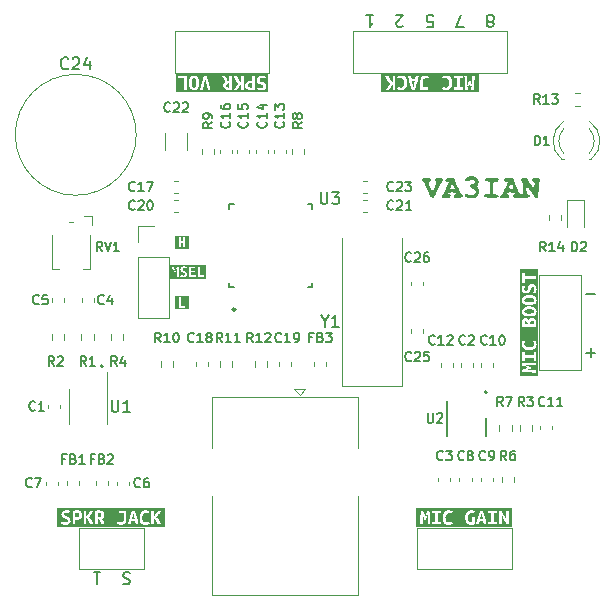
<source format=gto>
%TF.GenerationSoftware,KiCad,Pcbnew,(6.0.1)*%
%TF.CreationDate,2023-06-09T19:02:12+03:00*%
%TF.ProjectId,Radioless Allstar Node,52616469-6f6c-4657-9373-20416c6c7374,rev?*%
%TF.SameCoordinates,PX5f5e100PY5f5e100*%
%TF.FileFunction,Legend,Top*%
%TF.FilePolarity,Positive*%
%FSLAX46Y46*%
G04 Gerber Fmt 4.6, Leading zero omitted, Abs format (unit mm)*
G04 Created by KiCad (PCBNEW (6.0.1)) date 2023-06-09 19:02:12*
%MOMM*%
%LPD*%
G01*
G04 APERTURE LIST*
%ADD10C,0.200000*%
%ADD11C,0.150000*%
%ADD12C,0.130000*%
%ADD13C,0.120000*%
%ADD14C,0.127000*%
%ADD15C,0.250000*%
G04 APERTURE END LIST*
D10*
X42800000Y17200000D02*
G75*
G03*
X42800000Y17200000I-100000J0D01*
G01*
X10300000Y19400000D02*
G75*
G03*
X10300000Y19400000I-100000J0D01*
G01*
D11*
X43195238Y48580953D02*
X43290476Y48533334D01*
X43338095Y48485715D01*
X43385714Y48390477D01*
X43385714Y48342858D01*
X43338095Y48247620D01*
X43290476Y48200000D01*
X43195238Y48152381D01*
X43004761Y48152381D01*
X42909523Y48200000D01*
X42861904Y48247620D01*
X42814285Y48342858D01*
X42814285Y48390477D01*
X42861904Y48485715D01*
X42909523Y48533334D01*
X43004761Y48580953D01*
X43195238Y48580953D01*
X43290476Y48628572D01*
X43338095Y48676191D01*
X43385714Y48771429D01*
X43385714Y48961905D01*
X43338095Y49057143D01*
X43290476Y49104762D01*
X43195238Y49152381D01*
X43004761Y49152381D01*
X42909523Y49104762D01*
X42861904Y49057143D01*
X42814285Y48961905D01*
X42814285Y48771429D01*
X42861904Y48676191D01*
X42909523Y48628572D01*
X43004761Y48580953D01*
X9514285Y1947620D02*
X10085714Y1947620D01*
X9800000Y947620D02*
X9800000Y1947620D01*
X51219047Y20528572D02*
X51980952Y20528572D01*
X51600000Y20147620D02*
X51600000Y20909524D01*
X32614285Y49152381D02*
X33185714Y49152381D01*
X32900000Y49152381D02*
X32900000Y48152381D01*
X32995238Y48295239D01*
X33090476Y48390477D01*
X33185714Y48438096D01*
X37761904Y48152381D02*
X38238095Y48152381D01*
X38285714Y48628572D01*
X38238095Y48580953D01*
X38142857Y48533334D01*
X37904761Y48533334D01*
X37809523Y48580953D01*
X37761904Y48628572D01*
X37714285Y48723810D01*
X37714285Y48961905D01*
X37761904Y49057143D01*
X37809523Y49104762D01*
X37904761Y49152381D01*
X38142857Y49152381D01*
X38238095Y49104762D01*
X38285714Y49057143D01*
X51219047Y25528572D02*
X51980952Y25528572D01*
X40833333Y48152381D02*
X40166666Y48152381D01*
X40595238Y49152381D01*
X12014285Y995239D02*
X12157142Y947620D01*
X12395238Y947620D01*
X12490476Y995239D01*
X12538095Y1042858D01*
X12585714Y1138096D01*
X12585714Y1233334D01*
X12538095Y1328572D01*
X12490476Y1376191D01*
X12395238Y1423810D01*
X12204761Y1471429D01*
X12109523Y1519048D01*
X12061904Y1566667D01*
X12014285Y1661905D01*
X12014285Y1757143D01*
X12061904Y1852381D01*
X12109523Y1900000D01*
X12204761Y1947620D01*
X12442857Y1947620D01*
X12585714Y1900000D01*
X35685714Y48247620D02*
X35638095Y48200000D01*
X35542857Y48152381D01*
X35304761Y48152381D01*
X35209523Y48200000D01*
X35161904Y48247620D01*
X35114285Y48342858D01*
X35114285Y48438096D01*
X35161904Y48580953D01*
X35733333Y49152381D01*
X35114285Y49152381D01*
D12*
%TO.C,C7*%
X4266666Y9214286D02*
X4228571Y9176191D01*
X4114285Y9138096D01*
X4038095Y9138096D01*
X3923809Y9176191D01*
X3847619Y9252381D01*
X3809523Y9328572D01*
X3771428Y9480953D01*
X3771428Y9595239D01*
X3809523Y9747620D01*
X3847619Y9823810D01*
X3923809Y9900000D01*
X4038095Y9938096D01*
X4114285Y9938096D01*
X4228571Y9900000D01*
X4266666Y9861905D01*
X4533333Y9938096D02*
X5066666Y9938096D01*
X4723809Y9138096D01*
%TO.C,R9*%
X19561904Y40066667D02*
X19180952Y39800000D01*
X19561904Y39609524D02*
X18761904Y39609524D01*
X18761904Y39914286D01*
X18800000Y39990477D01*
X18838095Y40028572D01*
X18914285Y40066667D01*
X19028571Y40066667D01*
X19104761Y40028572D01*
X19142857Y39990477D01*
X19180952Y39914286D01*
X19180952Y39609524D01*
X19561904Y40447620D02*
X19561904Y40600000D01*
X19523809Y40676191D01*
X19485714Y40714286D01*
X19371428Y40790477D01*
X19219047Y40828572D01*
X18914285Y40828572D01*
X18838095Y40790477D01*
X18800000Y40752381D01*
X18761904Y40676191D01*
X18761904Y40523810D01*
X18800000Y40447620D01*
X18838095Y40409524D01*
X18914285Y40371429D01*
X19104761Y40371429D01*
X19180952Y40409524D01*
X19219047Y40447620D01*
X19257142Y40523810D01*
X19257142Y40676191D01*
X19219047Y40752381D01*
X19180952Y40790477D01*
X19104761Y40828572D01*
%TO.C,C22*%
X15985714Y41014286D02*
X15947619Y40976191D01*
X15833333Y40938096D01*
X15757142Y40938096D01*
X15642857Y40976191D01*
X15566666Y41052381D01*
X15528571Y41128572D01*
X15490476Y41280953D01*
X15490476Y41395239D01*
X15528571Y41547620D01*
X15566666Y41623810D01*
X15642857Y41700000D01*
X15757142Y41738096D01*
X15833333Y41738096D01*
X15947619Y41700000D01*
X15985714Y41661905D01*
X16290476Y41661905D02*
X16328571Y41700000D01*
X16404761Y41738096D01*
X16595238Y41738096D01*
X16671428Y41700000D01*
X16709523Y41661905D01*
X16747619Y41585715D01*
X16747619Y41509524D01*
X16709523Y41395239D01*
X16252380Y40938096D01*
X16747619Y40938096D01*
X17052380Y41661905D02*
X17090476Y41700000D01*
X17166666Y41738096D01*
X17357142Y41738096D01*
X17433333Y41700000D01*
X17471428Y41661905D01*
X17509523Y41585715D01*
X17509523Y41509524D01*
X17471428Y41395239D01*
X17014285Y40938096D01*
X17509523Y40938096D01*
%TO.C,D1*%
X46849523Y38108096D02*
X46849523Y38908096D01*
X47040000Y38908096D01*
X47154285Y38870000D01*
X47230476Y38793810D01*
X47268571Y38717620D01*
X47306666Y38565239D01*
X47306666Y38450953D01*
X47268571Y38298572D01*
X47230476Y38222381D01*
X47154285Y38146191D01*
X47040000Y38108096D01*
X46849523Y38108096D01*
X48068571Y38108096D02*
X47611428Y38108096D01*
X47840000Y38108096D02*
X47840000Y38908096D01*
X47763809Y38793810D01*
X47687619Y38717620D01*
X47611428Y38679524D01*
%TO.C,C10*%
X42785714Y21314286D02*
X42747619Y21276191D01*
X42633333Y21238096D01*
X42557142Y21238096D01*
X42442857Y21276191D01*
X42366666Y21352381D01*
X42328571Y21428572D01*
X42290476Y21580953D01*
X42290476Y21695239D01*
X42328571Y21847620D01*
X42366666Y21923810D01*
X42442857Y22000000D01*
X42557142Y22038096D01*
X42633333Y22038096D01*
X42747619Y22000000D01*
X42785714Y21961905D01*
X43547619Y21238096D02*
X43090476Y21238096D01*
X43319047Y21238096D02*
X43319047Y22038096D01*
X43242857Y21923810D01*
X43166666Y21847620D01*
X43090476Y21809524D01*
X44042857Y22038096D02*
X44119047Y22038096D01*
X44195238Y22000000D01*
X44233333Y21961905D01*
X44271428Y21885715D01*
X44309523Y21733334D01*
X44309523Y21542858D01*
X44271428Y21390477D01*
X44233333Y21314286D01*
X44195238Y21276191D01*
X44119047Y21238096D01*
X44042857Y21238096D01*
X43966666Y21276191D01*
X43928571Y21314286D01*
X43890476Y21390477D01*
X43852380Y21542858D01*
X43852380Y21733334D01*
X43890476Y21885715D01*
X43928571Y21961905D01*
X43966666Y22000000D01*
X44042857Y22038096D01*
%TO.C,C14*%
X24085714Y40085715D02*
X24123809Y40047620D01*
X24161904Y39933334D01*
X24161904Y39857143D01*
X24123809Y39742858D01*
X24047619Y39666667D01*
X23971428Y39628572D01*
X23819047Y39590477D01*
X23704761Y39590477D01*
X23552380Y39628572D01*
X23476190Y39666667D01*
X23400000Y39742858D01*
X23361904Y39857143D01*
X23361904Y39933334D01*
X23400000Y40047620D01*
X23438095Y40085715D01*
X24161904Y40847620D02*
X24161904Y40390477D01*
X24161904Y40619048D02*
X23361904Y40619048D01*
X23476190Y40542858D01*
X23552380Y40466667D01*
X23590476Y40390477D01*
X23628571Y41533334D02*
X24161904Y41533334D01*
X23323809Y41342858D02*
X23895238Y41152381D01*
X23895238Y41647620D01*
%TO.C,RV1*%
X10223809Y29138096D02*
X9957142Y29519048D01*
X9766666Y29138096D02*
X9766666Y29938096D01*
X10071428Y29938096D01*
X10147619Y29900000D01*
X10185714Y29861905D01*
X10223809Y29785715D01*
X10223809Y29671429D01*
X10185714Y29595239D01*
X10147619Y29557143D01*
X10071428Y29519048D01*
X9766666Y29519048D01*
X10452380Y29938096D02*
X10719047Y29138096D01*
X10985714Y29938096D01*
X11671428Y29138096D02*
X11214285Y29138096D01*
X11442857Y29138096D02*
X11442857Y29938096D01*
X11366666Y29823810D01*
X11290476Y29747620D01*
X11214285Y29709524D01*
%TO.C,R7*%
X44166666Y16038096D02*
X43900000Y16419048D01*
X43709523Y16038096D02*
X43709523Y16838096D01*
X44014285Y16838096D01*
X44090476Y16800000D01*
X44128571Y16761905D01*
X44166666Y16685715D01*
X44166666Y16571429D01*
X44128571Y16495239D01*
X44090476Y16457143D01*
X44014285Y16419048D01*
X43709523Y16419048D01*
X44433333Y16838096D02*
X44966666Y16838096D01*
X44623809Y16038096D01*
%TO.C,C18*%
X17985714Y21514286D02*
X17947619Y21476191D01*
X17833333Y21438096D01*
X17757142Y21438096D01*
X17642857Y21476191D01*
X17566666Y21552381D01*
X17528571Y21628572D01*
X17490476Y21780953D01*
X17490476Y21895239D01*
X17528571Y22047620D01*
X17566666Y22123810D01*
X17642857Y22200000D01*
X17757142Y22238096D01*
X17833333Y22238096D01*
X17947619Y22200000D01*
X17985714Y22161905D01*
X18747619Y21438096D02*
X18290476Y21438096D01*
X18519047Y21438096D02*
X18519047Y22238096D01*
X18442857Y22123810D01*
X18366666Y22047620D01*
X18290476Y22009524D01*
X19204761Y21895239D02*
X19128571Y21933334D01*
X19090476Y21971429D01*
X19052380Y22047620D01*
X19052380Y22085715D01*
X19090476Y22161905D01*
X19128571Y22200000D01*
X19204761Y22238096D01*
X19357142Y22238096D01*
X19433333Y22200000D01*
X19471428Y22161905D01*
X19509523Y22085715D01*
X19509523Y22047620D01*
X19471428Y21971429D01*
X19433333Y21933334D01*
X19357142Y21895239D01*
X19204761Y21895239D01*
X19128571Y21857143D01*
X19090476Y21819048D01*
X19052380Y21742858D01*
X19052380Y21590477D01*
X19090476Y21514286D01*
X19128571Y21476191D01*
X19204761Y21438096D01*
X19357142Y21438096D01*
X19433333Y21476191D01*
X19471428Y21514286D01*
X19509523Y21590477D01*
X19509523Y21742858D01*
X19471428Y21819048D01*
X19433333Y21857143D01*
X19357142Y21895239D01*
%TO.C,U2*%
X37790476Y15438096D02*
X37790476Y14790477D01*
X37828571Y14714286D01*
X37866666Y14676191D01*
X37942857Y14638096D01*
X38095238Y14638096D01*
X38171428Y14676191D01*
X38209523Y14714286D01*
X38247619Y14790477D01*
X38247619Y15438096D01*
X38590476Y15361905D02*
X38628571Y15400000D01*
X38704761Y15438096D01*
X38895238Y15438096D01*
X38971428Y15400000D01*
X39009523Y15361905D01*
X39047619Y15285715D01*
X39047619Y15209524D01*
X39009523Y15095239D01*
X38552380Y14638096D01*
X39047619Y14638096D01*
%TO.C,C25*%
X36385714Y19914286D02*
X36347619Y19876191D01*
X36233333Y19838096D01*
X36157142Y19838096D01*
X36042857Y19876191D01*
X35966666Y19952381D01*
X35928571Y20028572D01*
X35890476Y20180953D01*
X35890476Y20295239D01*
X35928571Y20447620D01*
X35966666Y20523810D01*
X36042857Y20600000D01*
X36157142Y20638096D01*
X36233333Y20638096D01*
X36347619Y20600000D01*
X36385714Y20561905D01*
X36690476Y20561905D02*
X36728571Y20600000D01*
X36804761Y20638096D01*
X36995238Y20638096D01*
X37071428Y20600000D01*
X37109523Y20561905D01*
X37147619Y20485715D01*
X37147619Y20409524D01*
X37109523Y20295239D01*
X36652380Y19838096D01*
X37147619Y19838096D01*
X37871428Y20638096D02*
X37490476Y20638096D01*
X37452380Y20257143D01*
X37490476Y20295239D01*
X37566666Y20333334D01*
X37757142Y20333334D01*
X37833333Y20295239D01*
X37871428Y20257143D01*
X37909523Y20180953D01*
X37909523Y19990477D01*
X37871428Y19914286D01*
X37833333Y19876191D01*
X37757142Y19838096D01*
X37566666Y19838096D01*
X37490476Y19876191D01*
X37452380Y19914286D01*
%TO.C,C1*%
X4566666Y15714286D02*
X4528571Y15676191D01*
X4414285Y15638096D01*
X4338095Y15638096D01*
X4223809Y15676191D01*
X4147619Y15752381D01*
X4109523Y15828572D01*
X4071428Y15980953D01*
X4071428Y16095239D01*
X4109523Y16247620D01*
X4147619Y16323810D01*
X4223809Y16400000D01*
X4338095Y16438096D01*
X4414285Y16438096D01*
X4528571Y16400000D01*
X4566666Y16361905D01*
X5328571Y15638096D02*
X4871428Y15638096D01*
X5100000Y15638096D02*
X5100000Y16438096D01*
X5023809Y16323810D01*
X4947619Y16247620D01*
X4871428Y16209524D01*
%TO.C,C8*%
X40866666Y11514286D02*
X40828571Y11476191D01*
X40714285Y11438096D01*
X40638095Y11438096D01*
X40523809Y11476191D01*
X40447619Y11552381D01*
X40409523Y11628572D01*
X40371428Y11780953D01*
X40371428Y11895239D01*
X40409523Y12047620D01*
X40447619Y12123810D01*
X40523809Y12200000D01*
X40638095Y12238096D01*
X40714285Y12238096D01*
X40828571Y12200000D01*
X40866666Y12161905D01*
X41323809Y11895239D02*
X41247619Y11933334D01*
X41209523Y11971429D01*
X41171428Y12047620D01*
X41171428Y12085715D01*
X41209523Y12161905D01*
X41247619Y12200000D01*
X41323809Y12238096D01*
X41476190Y12238096D01*
X41552380Y12200000D01*
X41590476Y12161905D01*
X41628571Y12085715D01*
X41628571Y12047620D01*
X41590476Y11971429D01*
X41552380Y11933334D01*
X41476190Y11895239D01*
X41323809Y11895239D01*
X41247619Y11857143D01*
X41209523Y11819048D01*
X41171428Y11742858D01*
X41171428Y11590477D01*
X41209523Y11514286D01*
X41247619Y11476191D01*
X41323809Y11438096D01*
X41476190Y11438096D01*
X41552380Y11476191D01*
X41590476Y11514286D01*
X41628571Y11590477D01*
X41628571Y11742858D01*
X41590476Y11819048D01*
X41552380Y11857143D01*
X41476190Y11895239D01*
%TO.C,R14*%
X47785714Y29138096D02*
X47519047Y29519048D01*
X47328571Y29138096D02*
X47328571Y29938096D01*
X47633333Y29938096D01*
X47709523Y29900000D01*
X47747619Y29861905D01*
X47785714Y29785715D01*
X47785714Y29671429D01*
X47747619Y29595239D01*
X47709523Y29557143D01*
X47633333Y29519048D01*
X47328571Y29519048D01*
X48547619Y29138096D02*
X48090476Y29138096D01*
X48319047Y29138096D02*
X48319047Y29938096D01*
X48242857Y29823810D01*
X48166666Y29747620D01*
X48090476Y29709524D01*
X49233333Y29671429D02*
X49233333Y29138096D01*
X49042857Y29976191D02*
X48852380Y29404762D01*
X49347619Y29404762D01*
%TO.C,C4*%
X10366666Y24714286D02*
X10328571Y24676191D01*
X10214285Y24638096D01*
X10138095Y24638096D01*
X10023809Y24676191D01*
X9947619Y24752381D01*
X9909523Y24828572D01*
X9871428Y24980953D01*
X9871428Y25095239D01*
X9909523Y25247620D01*
X9947619Y25323810D01*
X10023809Y25400000D01*
X10138095Y25438096D01*
X10214285Y25438096D01*
X10328571Y25400000D01*
X10366666Y25361905D01*
X11052380Y25171429D02*
X11052380Y24638096D01*
X10861904Y25476191D02*
X10671428Y24904762D01*
X11166666Y24904762D01*
%TO.C,R11*%
X20385714Y21438096D02*
X20119047Y21819048D01*
X19928571Y21438096D02*
X19928571Y22238096D01*
X20233333Y22238096D01*
X20309523Y22200000D01*
X20347619Y22161905D01*
X20385714Y22085715D01*
X20385714Y21971429D01*
X20347619Y21895239D01*
X20309523Y21857143D01*
X20233333Y21819048D01*
X19928571Y21819048D01*
X21147619Y21438096D02*
X20690476Y21438096D01*
X20919047Y21438096D02*
X20919047Y22238096D01*
X20842857Y22123810D01*
X20766666Y22047620D01*
X20690476Y22009524D01*
X21909523Y21438096D02*
X21452380Y21438096D01*
X21680952Y21438096D02*
X21680952Y22238096D01*
X21604761Y22123810D01*
X21528571Y22047620D01*
X21452380Y22009524D01*
%TO.C,R4*%
X11466666Y19438096D02*
X11200000Y19819048D01*
X11009523Y19438096D02*
X11009523Y20238096D01*
X11314285Y20238096D01*
X11390476Y20200000D01*
X11428571Y20161905D01*
X11466666Y20085715D01*
X11466666Y19971429D01*
X11428571Y19895239D01*
X11390476Y19857143D01*
X11314285Y19819048D01*
X11009523Y19819048D01*
X12152380Y19971429D02*
X12152380Y19438096D01*
X11961904Y20276191D02*
X11771428Y19704762D01*
X12266666Y19704762D01*
%TO.C,R2*%
X6166666Y19438096D02*
X5900000Y19819048D01*
X5709523Y19438096D02*
X5709523Y20238096D01*
X6014285Y20238096D01*
X6090476Y20200000D01*
X6128571Y20161905D01*
X6166666Y20085715D01*
X6166666Y19971429D01*
X6128571Y19895239D01*
X6090476Y19857143D01*
X6014285Y19819048D01*
X5709523Y19819048D01*
X6471428Y20161905D02*
X6509523Y20200000D01*
X6585714Y20238096D01*
X6776190Y20238096D01*
X6852380Y20200000D01*
X6890476Y20161905D01*
X6928571Y20085715D01*
X6928571Y20009524D01*
X6890476Y19895239D01*
X6433333Y19438096D01*
X6928571Y19438096D01*
D11*
%TO.C,U3*%
X28738095Y34147620D02*
X28738095Y33338096D01*
X28785714Y33242858D01*
X28833333Y33195239D01*
X28928571Y33147620D01*
X29119047Y33147620D01*
X29214285Y33195239D01*
X29261904Y33242858D01*
X29309523Y33338096D01*
X29309523Y34147620D01*
X29690476Y34147620D02*
X30309523Y34147620D01*
X29976190Y33766667D01*
X30119047Y33766667D01*
X30214285Y33719048D01*
X30261904Y33671429D01*
X30309523Y33576191D01*
X30309523Y33338096D01*
X30261904Y33242858D01*
X30214285Y33195239D01*
X30119047Y33147620D01*
X29833333Y33147620D01*
X29738095Y33195239D01*
X29690476Y33242858D01*
D12*
%TO.C,C6*%
X13466666Y9214286D02*
X13428571Y9176191D01*
X13314285Y9138096D01*
X13238095Y9138096D01*
X13123809Y9176191D01*
X13047619Y9252381D01*
X13009523Y9328572D01*
X12971428Y9480953D01*
X12971428Y9595239D01*
X13009523Y9747620D01*
X13047619Y9823810D01*
X13123809Y9900000D01*
X13238095Y9938096D01*
X13314285Y9938096D01*
X13428571Y9900000D01*
X13466666Y9861905D01*
X14152380Y9938096D02*
X14000000Y9938096D01*
X13923809Y9900000D01*
X13885714Y9861905D01*
X13809523Y9747620D01*
X13771428Y9595239D01*
X13771428Y9290477D01*
X13809523Y9214286D01*
X13847619Y9176191D01*
X13923809Y9138096D01*
X14076190Y9138096D01*
X14152380Y9176191D01*
X14190476Y9214286D01*
X14228571Y9290477D01*
X14228571Y9480953D01*
X14190476Y9557143D01*
X14152380Y9595239D01*
X14076190Y9633334D01*
X13923809Y9633334D01*
X13847619Y9595239D01*
X13809523Y9557143D01*
X13771428Y9480953D01*
D11*
%TO.C,C24*%
X7357142Y44642858D02*
X7309523Y44595239D01*
X7166666Y44547620D01*
X7071428Y44547620D01*
X6928571Y44595239D01*
X6833333Y44690477D01*
X6785714Y44785715D01*
X6738095Y44976191D01*
X6738095Y45119048D01*
X6785714Y45309524D01*
X6833333Y45404762D01*
X6928571Y45500000D01*
X7071428Y45547620D01*
X7166666Y45547620D01*
X7309523Y45500000D01*
X7357142Y45452381D01*
X7738095Y45452381D02*
X7785714Y45500000D01*
X7880952Y45547620D01*
X8119047Y45547620D01*
X8214285Y45500000D01*
X8261904Y45452381D01*
X8309523Y45357143D01*
X8309523Y45261905D01*
X8261904Y45119048D01*
X7690476Y44547620D01*
X8309523Y44547620D01*
X9166666Y45214286D02*
X9166666Y44547620D01*
X8928571Y45595239D02*
X8690476Y44880953D01*
X9309523Y44880953D01*
D12*
%TO.C,R3*%
X45966666Y16038096D02*
X45700000Y16419048D01*
X45509523Y16038096D02*
X45509523Y16838096D01*
X45814285Y16838096D01*
X45890476Y16800000D01*
X45928571Y16761905D01*
X45966666Y16685715D01*
X45966666Y16571429D01*
X45928571Y16495239D01*
X45890476Y16457143D01*
X45814285Y16419048D01*
X45509523Y16419048D01*
X46233333Y16838096D02*
X46728571Y16838096D01*
X46461904Y16533334D01*
X46576190Y16533334D01*
X46652380Y16495239D01*
X46690476Y16457143D01*
X46728571Y16380953D01*
X46728571Y16190477D01*
X46690476Y16114286D01*
X46652380Y16076191D01*
X46576190Y16038096D01*
X46347619Y16038096D01*
X46271428Y16076191D01*
X46233333Y16114286D01*
%TO.C,R6*%
X44466666Y11438096D02*
X44200000Y11819048D01*
X44009523Y11438096D02*
X44009523Y12238096D01*
X44314285Y12238096D01*
X44390476Y12200000D01*
X44428571Y12161905D01*
X44466666Y12085715D01*
X44466666Y11971429D01*
X44428571Y11895239D01*
X44390476Y11857143D01*
X44314285Y11819048D01*
X44009523Y11819048D01*
X45152380Y12238096D02*
X45000000Y12238096D01*
X44923809Y12200000D01*
X44885714Y12161905D01*
X44809523Y12047620D01*
X44771428Y11895239D01*
X44771428Y11590477D01*
X44809523Y11514286D01*
X44847619Y11476191D01*
X44923809Y11438096D01*
X45076190Y11438096D01*
X45152380Y11476191D01*
X45190476Y11514286D01*
X45228571Y11590477D01*
X45228571Y11780953D01*
X45190476Y11857143D01*
X45152380Y11895239D01*
X45076190Y11933334D01*
X44923809Y11933334D01*
X44847619Y11895239D01*
X44809523Y11857143D01*
X44771428Y11780953D01*
%TO.C,C26*%
X36385714Y28314286D02*
X36347619Y28276191D01*
X36233333Y28238096D01*
X36157142Y28238096D01*
X36042857Y28276191D01*
X35966666Y28352381D01*
X35928571Y28428572D01*
X35890476Y28580953D01*
X35890476Y28695239D01*
X35928571Y28847620D01*
X35966666Y28923810D01*
X36042857Y29000000D01*
X36157142Y29038096D01*
X36233333Y29038096D01*
X36347619Y29000000D01*
X36385714Y28961905D01*
X36690476Y28961905D02*
X36728571Y29000000D01*
X36804761Y29038096D01*
X36995238Y29038096D01*
X37071428Y29000000D01*
X37109523Y28961905D01*
X37147619Y28885715D01*
X37147619Y28809524D01*
X37109523Y28695239D01*
X36652380Y28238096D01*
X37147619Y28238096D01*
X37833333Y29038096D02*
X37680952Y29038096D01*
X37604761Y29000000D01*
X37566666Y28961905D01*
X37490476Y28847620D01*
X37452380Y28695239D01*
X37452380Y28390477D01*
X37490476Y28314286D01*
X37528571Y28276191D01*
X37604761Y28238096D01*
X37757142Y28238096D01*
X37833333Y28276191D01*
X37871428Y28314286D01*
X37909523Y28390477D01*
X37909523Y28580953D01*
X37871428Y28657143D01*
X37833333Y28695239D01*
X37757142Y28733334D01*
X37604761Y28733334D01*
X37528571Y28695239D01*
X37490476Y28657143D01*
X37452380Y28580953D01*
%TO.C,C15*%
X22485714Y40085715D02*
X22523809Y40047620D01*
X22561904Y39933334D01*
X22561904Y39857143D01*
X22523809Y39742858D01*
X22447619Y39666667D01*
X22371428Y39628572D01*
X22219047Y39590477D01*
X22104761Y39590477D01*
X21952380Y39628572D01*
X21876190Y39666667D01*
X21800000Y39742858D01*
X21761904Y39857143D01*
X21761904Y39933334D01*
X21800000Y40047620D01*
X21838095Y40085715D01*
X22561904Y40847620D02*
X22561904Y40390477D01*
X22561904Y40619048D02*
X21761904Y40619048D01*
X21876190Y40542858D01*
X21952380Y40466667D01*
X21990476Y40390477D01*
X21761904Y41571429D02*
X21761904Y41190477D01*
X22142857Y41152381D01*
X22104761Y41190477D01*
X22066666Y41266667D01*
X22066666Y41457143D01*
X22104761Y41533334D01*
X22142857Y41571429D01*
X22219047Y41609524D01*
X22409523Y41609524D01*
X22485714Y41571429D01*
X22523809Y41533334D01*
X22561904Y41457143D01*
X22561904Y41266667D01*
X22523809Y41190477D01*
X22485714Y41152381D01*
%TO.C,FB3*%
X28033333Y21857143D02*
X27766666Y21857143D01*
X27766666Y21438096D02*
X27766666Y22238096D01*
X28147619Y22238096D01*
X28719047Y21857143D02*
X28833333Y21819048D01*
X28871428Y21780953D01*
X28909523Y21704762D01*
X28909523Y21590477D01*
X28871428Y21514286D01*
X28833333Y21476191D01*
X28757142Y21438096D01*
X28452380Y21438096D01*
X28452380Y22238096D01*
X28719047Y22238096D01*
X28795238Y22200000D01*
X28833333Y22161905D01*
X28871428Y22085715D01*
X28871428Y22009524D01*
X28833333Y21933334D01*
X28795238Y21895239D01*
X28719047Y21857143D01*
X28452380Y21857143D01*
X29176190Y22238096D02*
X29671428Y22238096D01*
X29404761Y21933334D01*
X29519047Y21933334D01*
X29595238Y21895239D01*
X29633333Y21857143D01*
X29671428Y21780953D01*
X29671428Y21590477D01*
X29633333Y21514286D01*
X29595238Y21476191D01*
X29519047Y21438096D01*
X29290476Y21438096D01*
X29214285Y21476191D01*
X29176190Y21514286D01*
%TO.C,C13*%
X25585714Y40085715D02*
X25623809Y40047620D01*
X25661904Y39933334D01*
X25661904Y39857143D01*
X25623809Y39742858D01*
X25547619Y39666667D01*
X25471428Y39628572D01*
X25319047Y39590477D01*
X25204761Y39590477D01*
X25052380Y39628572D01*
X24976190Y39666667D01*
X24900000Y39742858D01*
X24861904Y39857143D01*
X24861904Y39933334D01*
X24900000Y40047620D01*
X24938095Y40085715D01*
X25661904Y40847620D02*
X25661904Y40390477D01*
X25661904Y40619048D02*
X24861904Y40619048D01*
X24976190Y40542858D01*
X25052380Y40466667D01*
X25090476Y40390477D01*
X24861904Y41114286D02*
X24861904Y41609524D01*
X25166666Y41342858D01*
X25166666Y41457143D01*
X25204761Y41533334D01*
X25242857Y41571429D01*
X25319047Y41609524D01*
X25509523Y41609524D01*
X25585714Y41571429D01*
X25623809Y41533334D01*
X25661904Y41457143D01*
X25661904Y41228572D01*
X25623809Y41152381D01*
X25585714Y41114286D01*
%TO.C,C16*%
X20985714Y40085715D02*
X21023809Y40047620D01*
X21061904Y39933334D01*
X21061904Y39857143D01*
X21023809Y39742858D01*
X20947619Y39666667D01*
X20871428Y39628572D01*
X20719047Y39590477D01*
X20604761Y39590477D01*
X20452380Y39628572D01*
X20376190Y39666667D01*
X20300000Y39742858D01*
X20261904Y39857143D01*
X20261904Y39933334D01*
X20300000Y40047620D01*
X20338095Y40085715D01*
X21061904Y40847620D02*
X21061904Y40390477D01*
X21061904Y40619048D02*
X20261904Y40619048D01*
X20376190Y40542858D01*
X20452380Y40466667D01*
X20490476Y40390477D01*
X20261904Y41533334D02*
X20261904Y41380953D01*
X20300000Y41304762D01*
X20338095Y41266667D01*
X20452380Y41190477D01*
X20604761Y41152381D01*
X20909523Y41152381D01*
X20985714Y41190477D01*
X21023809Y41228572D01*
X21061904Y41304762D01*
X21061904Y41457143D01*
X21023809Y41533334D01*
X20985714Y41571429D01*
X20909523Y41609524D01*
X20719047Y41609524D01*
X20642857Y41571429D01*
X20604761Y41533334D01*
X20566666Y41457143D01*
X20566666Y41304762D01*
X20604761Y41228572D01*
X20642857Y41190477D01*
X20719047Y41152381D01*
%TO.C,C9*%
X42666666Y11514286D02*
X42628571Y11476191D01*
X42514285Y11438096D01*
X42438095Y11438096D01*
X42323809Y11476191D01*
X42247619Y11552381D01*
X42209523Y11628572D01*
X42171428Y11780953D01*
X42171428Y11895239D01*
X42209523Y12047620D01*
X42247619Y12123810D01*
X42323809Y12200000D01*
X42438095Y12238096D01*
X42514285Y12238096D01*
X42628571Y12200000D01*
X42666666Y12161905D01*
X43047619Y11438096D02*
X43200000Y11438096D01*
X43276190Y11476191D01*
X43314285Y11514286D01*
X43390476Y11628572D01*
X43428571Y11780953D01*
X43428571Y12085715D01*
X43390476Y12161905D01*
X43352380Y12200000D01*
X43276190Y12238096D01*
X43123809Y12238096D01*
X43047619Y12200000D01*
X43009523Y12161905D01*
X42971428Y12085715D01*
X42971428Y11895239D01*
X43009523Y11819048D01*
X43047619Y11780953D01*
X43123809Y11742858D01*
X43276190Y11742858D01*
X43352380Y11780953D01*
X43390476Y11819048D01*
X43428571Y11895239D01*
%TO.C,FB1*%
X7133333Y11557143D02*
X6866666Y11557143D01*
X6866666Y11138096D02*
X6866666Y11938096D01*
X7247619Y11938096D01*
X7819047Y11557143D02*
X7933333Y11519048D01*
X7971428Y11480953D01*
X8009523Y11404762D01*
X8009523Y11290477D01*
X7971428Y11214286D01*
X7933333Y11176191D01*
X7857142Y11138096D01*
X7552380Y11138096D01*
X7552380Y11938096D01*
X7819047Y11938096D01*
X7895238Y11900000D01*
X7933333Y11861905D01*
X7971428Y11785715D01*
X7971428Y11709524D01*
X7933333Y11633334D01*
X7895238Y11595239D01*
X7819047Y11557143D01*
X7552380Y11557143D01*
X8771428Y11138096D02*
X8314285Y11138096D01*
X8542857Y11138096D02*
X8542857Y11938096D01*
X8466666Y11823810D01*
X8390476Y11747620D01*
X8314285Y11709524D01*
%TO.C,C11*%
X47685714Y16114286D02*
X47647619Y16076191D01*
X47533333Y16038096D01*
X47457142Y16038096D01*
X47342857Y16076191D01*
X47266666Y16152381D01*
X47228571Y16228572D01*
X47190476Y16380953D01*
X47190476Y16495239D01*
X47228571Y16647620D01*
X47266666Y16723810D01*
X47342857Y16800000D01*
X47457142Y16838096D01*
X47533333Y16838096D01*
X47647619Y16800000D01*
X47685714Y16761905D01*
X48447619Y16038096D02*
X47990476Y16038096D01*
X48219047Y16038096D02*
X48219047Y16838096D01*
X48142857Y16723810D01*
X48066666Y16647620D01*
X47990476Y16609524D01*
X49209523Y16038096D02*
X48752380Y16038096D01*
X48980952Y16038096D02*
X48980952Y16838096D01*
X48904761Y16723810D01*
X48828571Y16647620D01*
X48752380Y16609524D01*
%TO.C,R12*%
X22985714Y21438096D02*
X22719047Y21819048D01*
X22528571Y21438096D02*
X22528571Y22238096D01*
X22833333Y22238096D01*
X22909523Y22200000D01*
X22947619Y22161905D01*
X22985714Y22085715D01*
X22985714Y21971429D01*
X22947619Y21895239D01*
X22909523Y21857143D01*
X22833333Y21819048D01*
X22528571Y21819048D01*
X23747619Y21438096D02*
X23290476Y21438096D01*
X23519047Y21438096D02*
X23519047Y22238096D01*
X23442857Y22123810D01*
X23366666Y22047620D01*
X23290476Y22009524D01*
X24052380Y22161905D02*
X24090476Y22200000D01*
X24166666Y22238096D01*
X24357142Y22238096D01*
X24433333Y22200000D01*
X24471428Y22161905D01*
X24509523Y22085715D01*
X24509523Y22009524D01*
X24471428Y21895239D01*
X24014285Y21438096D01*
X24509523Y21438096D01*
%TO.C,C17*%
X12985714Y34314286D02*
X12947619Y34276191D01*
X12833333Y34238096D01*
X12757142Y34238096D01*
X12642857Y34276191D01*
X12566666Y34352381D01*
X12528571Y34428572D01*
X12490476Y34580953D01*
X12490476Y34695239D01*
X12528571Y34847620D01*
X12566666Y34923810D01*
X12642857Y35000000D01*
X12757142Y35038096D01*
X12833333Y35038096D01*
X12947619Y35000000D01*
X12985714Y34961905D01*
X13747619Y34238096D02*
X13290476Y34238096D01*
X13519047Y34238096D02*
X13519047Y35038096D01*
X13442857Y34923810D01*
X13366666Y34847620D01*
X13290476Y34809524D01*
X14014285Y35038096D02*
X14547619Y35038096D01*
X14204761Y34238096D01*
%TO.C,C2*%
X40966666Y21314286D02*
X40928571Y21276191D01*
X40814285Y21238096D01*
X40738095Y21238096D01*
X40623809Y21276191D01*
X40547619Y21352381D01*
X40509523Y21428572D01*
X40471428Y21580953D01*
X40471428Y21695239D01*
X40509523Y21847620D01*
X40547619Y21923810D01*
X40623809Y22000000D01*
X40738095Y22038096D01*
X40814285Y22038096D01*
X40928571Y22000000D01*
X40966666Y21961905D01*
X41271428Y21961905D02*
X41309523Y22000000D01*
X41385714Y22038096D01*
X41576190Y22038096D01*
X41652380Y22000000D01*
X41690476Y21961905D01*
X41728571Y21885715D01*
X41728571Y21809524D01*
X41690476Y21695239D01*
X41233333Y21238096D01*
X41728571Y21238096D01*
%TO.C,FB2*%
X9533333Y11557143D02*
X9266666Y11557143D01*
X9266666Y11138096D02*
X9266666Y11938096D01*
X9647619Y11938096D01*
X10219047Y11557143D02*
X10333333Y11519048D01*
X10371428Y11480953D01*
X10409523Y11404762D01*
X10409523Y11290477D01*
X10371428Y11214286D01*
X10333333Y11176191D01*
X10257142Y11138096D01*
X9952380Y11138096D01*
X9952380Y11938096D01*
X10219047Y11938096D01*
X10295238Y11900000D01*
X10333333Y11861905D01*
X10371428Y11785715D01*
X10371428Y11709524D01*
X10333333Y11633334D01*
X10295238Y11595239D01*
X10219047Y11557143D01*
X9952380Y11557143D01*
X10714285Y11861905D02*
X10752380Y11900000D01*
X10828571Y11938096D01*
X11019047Y11938096D01*
X11095238Y11900000D01*
X11133333Y11861905D01*
X11171428Y11785715D01*
X11171428Y11709524D01*
X11133333Y11595239D01*
X10676190Y11138096D01*
X11171428Y11138096D01*
%TO.C,C5*%
X4866666Y24714286D02*
X4828571Y24676191D01*
X4714285Y24638096D01*
X4638095Y24638096D01*
X4523809Y24676191D01*
X4447619Y24752381D01*
X4409523Y24828572D01*
X4371428Y24980953D01*
X4371428Y25095239D01*
X4409523Y25247620D01*
X4447619Y25323810D01*
X4523809Y25400000D01*
X4638095Y25438096D01*
X4714285Y25438096D01*
X4828571Y25400000D01*
X4866666Y25361905D01*
X5590476Y25438096D02*
X5209523Y25438096D01*
X5171428Y25057143D01*
X5209523Y25095239D01*
X5285714Y25133334D01*
X5476190Y25133334D01*
X5552380Y25095239D01*
X5590476Y25057143D01*
X5628571Y24980953D01*
X5628571Y24790477D01*
X5590476Y24714286D01*
X5552380Y24676191D01*
X5476190Y24638096D01*
X5285714Y24638096D01*
X5209523Y24676191D01*
X5171428Y24714286D01*
%TO.C,C12*%
X38385714Y21314286D02*
X38347619Y21276191D01*
X38233333Y21238096D01*
X38157142Y21238096D01*
X38042857Y21276191D01*
X37966666Y21352381D01*
X37928571Y21428572D01*
X37890476Y21580953D01*
X37890476Y21695239D01*
X37928571Y21847620D01*
X37966666Y21923810D01*
X38042857Y22000000D01*
X38157142Y22038096D01*
X38233333Y22038096D01*
X38347619Y22000000D01*
X38385714Y21961905D01*
X39147619Y21238096D02*
X38690476Y21238096D01*
X38919047Y21238096D02*
X38919047Y22038096D01*
X38842857Y21923810D01*
X38766666Y21847620D01*
X38690476Y21809524D01*
X39452380Y21961905D02*
X39490476Y22000000D01*
X39566666Y22038096D01*
X39757142Y22038096D01*
X39833333Y22000000D01*
X39871428Y21961905D01*
X39909523Y21885715D01*
X39909523Y21809524D01*
X39871428Y21695239D01*
X39414285Y21238096D01*
X39909523Y21238096D01*
D11*
%TO.C,Y1*%
X29073809Y23223810D02*
X29073809Y22747620D01*
X28740476Y23747620D02*
X29073809Y23223810D01*
X29407142Y23747620D01*
X30264285Y22747620D02*
X29692857Y22747620D01*
X29978571Y22747620D02*
X29978571Y23747620D01*
X29883333Y23604762D01*
X29788095Y23509524D01*
X29692857Y23461905D01*
D12*
%TO.C,R13*%
X47285714Y41638096D02*
X47019047Y42019048D01*
X46828571Y41638096D02*
X46828571Y42438096D01*
X47133333Y42438096D01*
X47209523Y42400000D01*
X47247619Y42361905D01*
X47285714Y42285715D01*
X47285714Y42171429D01*
X47247619Y42095239D01*
X47209523Y42057143D01*
X47133333Y42019048D01*
X46828571Y42019048D01*
X48047619Y41638096D02*
X47590476Y41638096D01*
X47819047Y41638096D02*
X47819047Y42438096D01*
X47742857Y42323810D01*
X47666666Y42247620D01*
X47590476Y42209524D01*
X48314285Y42438096D02*
X48809523Y42438096D01*
X48542857Y42133334D01*
X48657142Y42133334D01*
X48733333Y42095239D01*
X48771428Y42057143D01*
X48809523Y41980953D01*
X48809523Y41790477D01*
X48771428Y41714286D01*
X48733333Y41676191D01*
X48657142Y41638096D01*
X48428571Y41638096D01*
X48352380Y41676191D01*
X48314285Y41714286D01*
%TO.C,C21*%
X34885714Y32714286D02*
X34847619Y32676191D01*
X34733333Y32638096D01*
X34657142Y32638096D01*
X34542857Y32676191D01*
X34466666Y32752381D01*
X34428571Y32828572D01*
X34390476Y32980953D01*
X34390476Y33095239D01*
X34428571Y33247620D01*
X34466666Y33323810D01*
X34542857Y33400000D01*
X34657142Y33438096D01*
X34733333Y33438096D01*
X34847619Y33400000D01*
X34885714Y33361905D01*
X35190476Y33361905D02*
X35228571Y33400000D01*
X35304761Y33438096D01*
X35495238Y33438096D01*
X35571428Y33400000D01*
X35609523Y33361905D01*
X35647619Y33285715D01*
X35647619Y33209524D01*
X35609523Y33095239D01*
X35152380Y32638096D01*
X35647619Y32638096D01*
X36409523Y32638096D02*
X35952380Y32638096D01*
X36180952Y32638096D02*
X36180952Y33438096D01*
X36104761Y33323810D01*
X36028571Y33247620D01*
X35952380Y33209524D01*
%TO.C,C19*%
X25385714Y21514286D02*
X25347619Y21476191D01*
X25233333Y21438096D01*
X25157142Y21438096D01*
X25042857Y21476191D01*
X24966666Y21552381D01*
X24928571Y21628572D01*
X24890476Y21780953D01*
X24890476Y21895239D01*
X24928571Y22047620D01*
X24966666Y22123810D01*
X25042857Y22200000D01*
X25157142Y22238096D01*
X25233333Y22238096D01*
X25347619Y22200000D01*
X25385714Y22161905D01*
X26147619Y21438096D02*
X25690476Y21438096D01*
X25919047Y21438096D02*
X25919047Y22238096D01*
X25842857Y22123810D01*
X25766666Y22047620D01*
X25690476Y22009524D01*
X26528571Y21438096D02*
X26680952Y21438096D01*
X26757142Y21476191D01*
X26795238Y21514286D01*
X26871428Y21628572D01*
X26909523Y21780953D01*
X26909523Y22085715D01*
X26871428Y22161905D01*
X26833333Y22200000D01*
X26757142Y22238096D01*
X26604761Y22238096D01*
X26528571Y22200000D01*
X26490476Y22161905D01*
X26452380Y22085715D01*
X26452380Y21895239D01*
X26490476Y21819048D01*
X26528571Y21780953D01*
X26604761Y21742858D01*
X26757142Y21742858D01*
X26833333Y21780953D01*
X26871428Y21819048D01*
X26909523Y21895239D01*
%TO.C,R1*%
X8866666Y19438096D02*
X8600000Y19819048D01*
X8409523Y19438096D02*
X8409523Y20238096D01*
X8714285Y20238096D01*
X8790476Y20200000D01*
X8828571Y20161905D01*
X8866666Y20085715D01*
X8866666Y19971429D01*
X8828571Y19895239D01*
X8790476Y19857143D01*
X8714285Y19819048D01*
X8409523Y19819048D01*
X9628571Y19438096D02*
X9171428Y19438096D01*
X9400000Y19438096D02*
X9400000Y20238096D01*
X9323809Y20123810D01*
X9247619Y20047620D01*
X9171428Y20009524D01*
%TO.C,C23*%
X34885714Y34314286D02*
X34847619Y34276191D01*
X34733333Y34238096D01*
X34657142Y34238096D01*
X34542857Y34276191D01*
X34466666Y34352381D01*
X34428571Y34428572D01*
X34390476Y34580953D01*
X34390476Y34695239D01*
X34428571Y34847620D01*
X34466666Y34923810D01*
X34542857Y35000000D01*
X34657142Y35038096D01*
X34733333Y35038096D01*
X34847619Y35000000D01*
X34885714Y34961905D01*
X35190476Y34961905D02*
X35228571Y35000000D01*
X35304761Y35038096D01*
X35495238Y35038096D01*
X35571428Y35000000D01*
X35609523Y34961905D01*
X35647619Y34885715D01*
X35647619Y34809524D01*
X35609523Y34695239D01*
X35152380Y34238096D01*
X35647619Y34238096D01*
X35914285Y35038096D02*
X36409523Y35038096D01*
X36142857Y34733334D01*
X36257142Y34733334D01*
X36333333Y34695239D01*
X36371428Y34657143D01*
X36409523Y34580953D01*
X36409523Y34390477D01*
X36371428Y34314286D01*
X36333333Y34276191D01*
X36257142Y34238096D01*
X36028571Y34238096D01*
X35952380Y34276191D01*
X35914285Y34314286D01*
%TO.C,R10*%
X15185714Y21438096D02*
X14919047Y21819048D01*
X14728571Y21438096D02*
X14728571Y22238096D01*
X15033333Y22238096D01*
X15109523Y22200000D01*
X15147619Y22161905D01*
X15185714Y22085715D01*
X15185714Y21971429D01*
X15147619Y21895239D01*
X15109523Y21857143D01*
X15033333Y21819048D01*
X14728571Y21819048D01*
X15947619Y21438096D02*
X15490476Y21438096D01*
X15719047Y21438096D02*
X15719047Y22238096D01*
X15642857Y22123810D01*
X15566666Y22047620D01*
X15490476Y22009524D01*
X16442857Y22238096D02*
X16519047Y22238096D01*
X16595238Y22200000D01*
X16633333Y22161905D01*
X16671428Y22085715D01*
X16709523Y21933334D01*
X16709523Y21742858D01*
X16671428Y21590477D01*
X16633333Y21514286D01*
X16595238Y21476191D01*
X16519047Y21438096D01*
X16442857Y21438096D01*
X16366666Y21476191D01*
X16328571Y21514286D01*
X16290476Y21590477D01*
X16252380Y21742858D01*
X16252380Y21933334D01*
X16290476Y22085715D01*
X16328571Y22161905D01*
X16366666Y22200000D01*
X16442857Y22238096D01*
%TO.C,C20*%
X12985714Y32714286D02*
X12947619Y32676191D01*
X12833333Y32638096D01*
X12757142Y32638096D01*
X12642857Y32676191D01*
X12566666Y32752381D01*
X12528571Y32828572D01*
X12490476Y32980953D01*
X12490476Y33095239D01*
X12528571Y33247620D01*
X12566666Y33323810D01*
X12642857Y33400000D01*
X12757142Y33438096D01*
X12833333Y33438096D01*
X12947619Y33400000D01*
X12985714Y33361905D01*
X13290476Y33361905D02*
X13328571Y33400000D01*
X13404761Y33438096D01*
X13595238Y33438096D01*
X13671428Y33400000D01*
X13709523Y33361905D01*
X13747619Y33285715D01*
X13747619Y33209524D01*
X13709523Y33095239D01*
X13252380Y32638096D01*
X13747619Y32638096D01*
X14242857Y33438096D02*
X14319047Y33438096D01*
X14395238Y33400000D01*
X14433333Y33361905D01*
X14471428Y33285715D01*
X14509523Y33133334D01*
X14509523Y32942858D01*
X14471428Y32790477D01*
X14433333Y32714286D01*
X14395238Y32676191D01*
X14319047Y32638096D01*
X14242857Y32638096D01*
X14166666Y32676191D01*
X14128571Y32714286D01*
X14090476Y32790477D01*
X14052380Y32942858D01*
X14052380Y33133334D01*
X14090476Y33285715D01*
X14128571Y33361905D01*
X14166666Y33400000D01*
X14242857Y33438096D01*
%TO.C,D2*%
X50009523Y29138096D02*
X50009523Y29938096D01*
X50200000Y29938096D01*
X50314285Y29900000D01*
X50390476Y29823810D01*
X50428571Y29747620D01*
X50466666Y29595239D01*
X50466666Y29480953D01*
X50428571Y29328572D01*
X50390476Y29252381D01*
X50314285Y29176191D01*
X50200000Y29138096D01*
X50009523Y29138096D01*
X50771428Y29861905D02*
X50809523Y29900000D01*
X50885714Y29938096D01*
X51076190Y29938096D01*
X51152380Y29900000D01*
X51190476Y29861905D01*
X51228571Y29785715D01*
X51228571Y29709524D01*
X51190476Y29595239D01*
X50733333Y29138096D01*
X51228571Y29138096D01*
%TO.C,R8*%
X27161904Y40066667D02*
X26780952Y39800000D01*
X27161904Y39609524D02*
X26361904Y39609524D01*
X26361904Y39914286D01*
X26400000Y39990477D01*
X26438095Y40028572D01*
X26514285Y40066667D01*
X26628571Y40066667D01*
X26704761Y40028572D01*
X26742857Y39990477D01*
X26780952Y39914286D01*
X26780952Y39609524D01*
X26704761Y40523810D02*
X26666666Y40447620D01*
X26628571Y40409524D01*
X26552380Y40371429D01*
X26514285Y40371429D01*
X26438095Y40409524D01*
X26400000Y40447620D01*
X26361904Y40523810D01*
X26361904Y40676191D01*
X26400000Y40752381D01*
X26438095Y40790477D01*
X26514285Y40828572D01*
X26552380Y40828572D01*
X26628571Y40790477D01*
X26666666Y40752381D01*
X26704761Y40676191D01*
X26704761Y40523810D01*
X26742857Y40447620D01*
X26780952Y40409524D01*
X26857142Y40371429D01*
X27009523Y40371429D01*
X27085714Y40409524D01*
X27123809Y40447620D01*
X27161904Y40523810D01*
X27161904Y40676191D01*
X27123809Y40752381D01*
X27085714Y40790477D01*
X27009523Y40828572D01*
X26857142Y40828572D01*
X26780952Y40790477D01*
X26742857Y40752381D01*
X26704761Y40676191D01*
%TO.C,C3*%
X39066666Y11514286D02*
X39028571Y11476191D01*
X38914285Y11438096D01*
X38838095Y11438096D01*
X38723809Y11476191D01*
X38647619Y11552381D01*
X38609523Y11628572D01*
X38571428Y11780953D01*
X38571428Y11895239D01*
X38609523Y12047620D01*
X38647619Y12123810D01*
X38723809Y12200000D01*
X38838095Y12238096D01*
X38914285Y12238096D01*
X39028571Y12200000D01*
X39066666Y12161905D01*
X39333333Y12238096D02*
X39828571Y12238096D01*
X39561904Y11933334D01*
X39676190Y11933334D01*
X39752380Y11895239D01*
X39790476Y11857143D01*
X39828571Y11780953D01*
X39828571Y11590477D01*
X39790476Y11514286D01*
X39752380Y11476191D01*
X39676190Y11438096D01*
X39447619Y11438096D01*
X39371428Y11476191D01*
X39333333Y11514286D01*
D11*
%TO.C,U1*%
X11038095Y16547620D02*
X11038095Y15738096D01*
X11085714Y15642858D01*
X11133333Y15595239D01*
X11228571Y15547620D01*
X11419047Y15547620D01*
X11514285Y15595239D01*
X11561904Y15642858D01*
X11609523Y15738096D01*
X11609523Y16547620D01*
X12609523Y15547620D02*
X12038095Y15547620D01*
X12323809Y15547620D02*
X12323809Y16547620D01*
X12228571Y16404762D01*
X12133333Y16309524D01*
X12038095Y16261905D01*
D13*
%TO.C,J3*%
X26450000Y17497500D02*
X26950000Y16997500D01*
X19540000Y57500D02*
X19540000Y8417500D01*
X26950000Y16997500D02*
X27450000Y17497500D01*
X31860000Y8417500D02*
X31860000Y57500D01*
X19540000Y16777500D02*
X19540000Y12517500D01*
X31860000Y57500D02*
X19540000Y57500D01*
X31860000Y16777500D02*
X19540000Y16777500D01*
X27450000Y17497500D02*
X26450000Y17497500D01*
X31860000Y12517500D02*
X31860000Y16777500D01*
%TO.C,C7*%
X6510000Y9359420D02*
X6510000Y9640580D01*
X5490000Y9359420D02*
X5490000Y9640580D01*
%TO.C,R9*%
X18677500Y37362742D02*
X18677500Y37837258D01*
X19722500Y37362742D02*
X19722500Y37837258D01*
%TO.C,C22*%
X17410000Y37688748D02*
X17410000Y39111252D01*
X15590000Y37688748D02*
X15590000Y39111252D01*
%TO.C,D1*%
X51480000Y36910000D02*
X51636000Y36910000D01*
X49164000Y36910000D02*
X49320000Y36910000D01*
X51480000Y37429039D02*
G75*
G03*
X51479837Y39511130I-1080000J1040961D01*
G01*
X49321392Y40142335D02*
G75*
G03*
X49164484Y36910000I1078609J-1672335D01*
G01*
X49320163Y39511130D02*
G75*
G03*
X49320000Y37429039I1079837J-1041130D01*
G01*
X51635516Y36910000D02*
G75*
G03*
X51478608Y40142335I-1235517J1560000D01*
G01*
%TO.C,C10*%
X42290000Y19359420D02*
X42290000Y19640580D01*
X43310000Y19359420D02*
X43310000Y19640580D01*
%TO.C,C14*%
X24310000Y37459420D02*
X24310000Y37740580D01*
X23290000Y37459420D02*
X23290000Y37740580D01*
%TO.C,RV1*%
X9400000Y31400000D02*
X9400000Y32100000D01*
X9200000Y27600000D02*
X8600000Y27600000D01*
X6000000Y27600000D02*
X6600000Y27600000D01*
X7800000Y31600000D02*
X7400000Y31600000D01*
X9400000Y32100000D02*
X8700000Y32100000D01*
X6000000Y30500000D02*
X6000000Y27600000D01*
X9200000Y30500000D02*
X9200000Y27600000D01*
%TO.C,R7*%
X43877500Y14437258D02*
X43877500Y13962742D01*
X44922500Y14437258D02*
X44922500Y13962742D01*
%TO.C,C18*%
X19210000Y19459420D02*
X19210000Y19740580D01*
X18190000Y19459420D02*
X18190000Y19740580D01*
D11*
%TO.C,U2*%
X39475000Y16500000D02*
X39475000Y13500000D01*
X42725000Y15000000D02*
X42725000Y13500000D01*
D13*
%TO.C,C25*%
X36390000Y22259420D02*
X36390000Y22540580D01*
X37410000Y22259420D02*
X37410000Y22540580D01*
%TO.C,C1*%
X5690000Y15859420D02*
X5690000Y16140580D01*
X6710000Y15859420D02*
X6710000Y16140580D01*
%TO.C,C8*%
X40490000Y9659420D02*
X40490000Y9940580D01*
X41510000Y9659420D02*
X41510000Y9940580D01*
%TO.C,R14*%
X48077500Y32237258D02*
X48077500Y31762742D01*
X49122500Y32237258D02*
X49122500Y31762742D01*
%TO.C,C4*%
X8490000Y25140580D02*
X8490000Y24859420D01*
X9510000Y25140580D02*
X9510000Y24859420D01*
%TO.C,R11*%
X21222500Y19362742D02*
X21222500Y19837258D01*
X20177500Y19362742D02*
X20177500Y19837258D01*
%TO.C,R4*%
X10977500Y22137258D02*
X10977500Y21662742D01*
X12022500Y22137258D02*
X12022500Y21662742D01*
%TO.C,kibuzzard-6481F34A*%
G36*
X6444827Y7374065D02*
G01*
X15555173Y7374065D01*
X15555173Y5825935D01*
X6444827Y5825935D01*
X6444827Y6074220D01*
X6762327Y6074220D01*
X6893772Y6016118D01*
X6996166Y5992543D01*
X7128087Y5984685D01*
X7261755Y5994739D01*
X7314868Y6009450D01*
X7741497Y6009450D01*
X7975812Y6009450D01*
X8676852Y6009450D01*
X8911167Y6009450D01*
X8911167Y6548565D01*
X9011180Y6440933D01*
X9062377Y6374734D01*
X9111192Y6303772D01*
X9156674Y6229478D01*
X9197870Y6153278D01*
X9257877Y6009450D01*
X9522672Y6009450D01*
X9646497Y6009450D01*
X9880812Y6009450D01*
X9880812Y6443790D01*
X10002732Y6443790D01*
X10067264Y6335919D01*
X10127510Y6229478D01*
X10182041Y6121607D01*
X10229427Y6009450D01*
X10475172Y6009450D01*
X10440359Y6089460D01*
X11528637Y6089460D01*
X11663892Y6015165D01*
X11753904Y5992305D01*
X11863917Y5984685D01*
X11969645Y5993019D01*
X12027856Y6009450D01*
X12418272Y6009450D01*
X12662112Y6009450D01*
X12715452Y6281865D01*
X13029777Y6281865D01*
X13085022Y6009450D01*
X13336483Y6009450D01*
X13305050Y6143143D01*
X13273237Y6272950D01*
X13241042Y6398870D01*
X13208466Y6520904D01*
X13186403Y6600000D01*
X13405062Y6600000D01*
X13413278Y6460816D01*
X13437924Y6338539D01*
X13479000Y6233168D01*
X13536508Y6144705D01*
X13637261Y6055805D01*
X13764261Y6002465D01*
X13917507Y5984685D01*
X14021568Y5991114D01*
X14108264Y6009450D01*
X14391852Y6009450D01*
X14626167Y6009450D01*
X14626167Y6548565D01*
X14726180Y6440933D01*
X14777377Y6374734D01*
X14826193Y6303772D01*
X14871674Y6229478D01*
X14912870Y6153278D01*
X14972878Y6009450D01*
X15237672Y6009450D01*
X15206716Y6094461D01*
X15167188Y6181853D01*
X15120753Y6269483D01*
X15069080Y6355208D01*
X15013121Y6437361D01*
X14953827Y6514275D01*
X14893344Y6584284D01*
X14833812Y6645720D01*
X14891677Y6715729D01*
X14947160Y6788595D01*
X14999786Y6862176D01*
X15049077Y6934328D01*
X15094083Y7004336D01*
X15133850Y7071488D01*
X15197668Y7188645D01*
X14932873Y7188645D01*
X14875722Y7074345D01*
X14800475Y6946710D01*
X14713797Y6817170D01*
X14626167Y6699060D01*
X14626167Y7188645D01*
X14391852Y7188645D01*
X14391852Y6009450D01*
X14108264Y6009450D01*
X14112770Y6010403D01*
X14247072Y6066600D01*
X14188017Y6251385D01*
X14091815Y6209475D01*
X13940367Y6188520D01*
X13804398Y6215428D01*
X13712720Y6296153D01*
X13674091Y6378385D01*
X13650913Y6481573D01*
X13643187Y6605715D01*
X13649617Y6712395D01*
X13668905Y6800025D01*
X13735580Y6924803D01*
X13828925Y6991478D01*
X13936557Y7011480D01*
X14078480Y6991478D01*
X14184207Y6942900D01*
X14245167Y7129590D01*
X14206115Y7152450D01*
X14142298Y7181025D01*
X14053715Y7204838D01*
X13940367Y7215315D01*
X13828687Y7205076D01*
X13726055Y7174358D01*
X13634615Y7123875D01*
X13556510Y7054343D01*
X13492931Y6966474D01*
X13445067Y6860985D01*
X13415064Y6738589D01*
X13405062Y6600000D01*
X13186403Y6600000D01*
X13175510Y6639053D01*
X13134017Y6782344D01*
X13092404Y6921707D01*
X13050673Y7057140D01*
X13008823Y7188645D01*
X12753552Y7188645D01*
X12713190Y7058212D01*
X12672114Y6924088D01*
X12630323Y6786273D01*
X12587817Y6644768D01*
X12553604Y6527610D01*
X12519542Y6405500D01*
X12485633Y6278436D01*
X12451877Y6146420D01*
X12418272Y6009450D01*
X12027856Y6009450D01*
X12058228Y6018023D01*
X12130856Y6057313D01*
X12188720Y6108510D01*
X12261110Y6241860D01*
X12277541Y6320441D01*
X12283017Y6403785D01*
X12283017Y7188645D01*
X11652462Y7188645D01*
X11652462Y6994335D01*
X12046797Y6994335D01*
X12046797Y6417120D01*
X12032748Y6306392D01*
X11990600Y6237098D01*
X11925592Y6200664D01*
X11842962Y6188520D01*
X11723900Y6217095D01*
X11618172Y6276150D01*
X11528637Y6089460D01*
X10440359Y6089460D01*
X10420880Y6134228D01*
X10355157Y6265673D01*
X10284672Y6391403D01*
X10216092Y6500940D01*
X10299436Y6554756D01*
X10355157Y6628575D01*
X10386590Y6717158D01*
X10397067Y6815265D01*
X10389209Y6907896D01*
X10365635Y6987668D01*
X10275147Y7108635D01*
X10210377Y7150069D01*
X10134177Y7179120D01*
X10047500Y7196265D01*
X9951297Y7201980D01*
X9884622Y7200075D01*
X9804612Y7195313D01*
X9721745Y7185788D01*
X9646497Y7171500D01*
X9646497Y6009450D01*
X9522672Y6009450D01*
X9491716Y6094461D01*
X9452187Y6181853D01*
X9405753Y6269483D01*
X9354080Y6355208D01*
X9298121Y6437361D01*
X9238827Y6514275D01*
X9178344Y6584284D01*
X9118812Y6645720D01*
X9176677Y6715729D01*
X9232160Y6788595D01*
X9284786Y6862176D01*
X9334077Y6934328D01*
X9379083Y7004336D01*
X9418850Y7071488D01*
X9482667Y7188645D01*
X9217872Y7188645D01*
X9160722Y7074345D01*
X9085475Y6946710D01*
X8998797Y6817170D01*
X8911167Y6699060D01*
X8911167Y7188645D01*
X8676852Y7188645D01*
X8676852Y6009450D01*
X7975812Y6009450D01*
X7975812Y6407595D01*
X8059632Y6407595D01*
X8200497Y6418073D01*
X8318289Y6449505D01*
X8413010Y6501893D01*
X8482331Y6577775D01*
X8523923Y6679693D01*
X8537787Y6807645D01*
X8524029Y6934328D01*
X8482754Y7034975D01*
X8413962Y7109588D01*
X8320194Y7160917D01*
X8203989Y7191714D01*
X8065347Y7201980D01*
X7991052Y7200075D01*
X7905327Y7195313D01*
X7818650Y7186740D01*
X7741497Y7173405D01*
X7741497Y6009450D01*
X7314868Y6009450D01*
X7370657Y6024902D01*
X7454795Y6075173D01*
X7535519Y6184472D01*
X7562427Y6331395D01*
X7554331Y6420216D01*
X7530042Y6492368D01*
X7447175Y6599048D01*
X7336685Y6667628D01*
X7221432Y6714300D01*
X7148090Y6742875D01*
X7081415Y6778118D01*
X7032837Y6823838D01*
X7013787Y6883845D01*
X7034531Y6958987D01*
X7096761Y7004072D01*
X7200477Y7019100D01*
X7334780Y7000050D01*
X7440507Y6954330D01*
X7509087Y7135305D01*
X7372880Y7190550D01*
X7285012Y7209124D01*
X7183332Y7215315D01*
X7066598Y7204943D01*
X6967856Y7173828D01*
X6887105Y7121970D01*
X6806381Y7010528D01*
X6779472Y6862890D01*
X6809952Y6722873D01*
X6887105Y6628575D01*
X6990927Y6565710D01*
X7101417Y6521895D01*
X7181427Y6488558D01*
X7253817Y6448553D01*
X7307157Y6398070D01*
X7328112Y6333300D01*
X7319540Y6277103D01*
X7288107Y6227573D01*
X7226195Y6193283D01*
X7128087Y6180900D01*
X7033076Y6187568D01*
X6953780Y6207570D01*
X6830907Y6264720D01*
X6762327Y6074220D01*
X6444827Y6074220D01*
X6444827Y7374065D01*
G37*
G36*
X8176076Y6987429D02*
G01*
X8241560Y6955283D01*
X8283708Y6897418D01*
X8297757Y6809550D01*
X8283470Y6716919D01*
X8240607Y6656198D01*
X8169646Y6622622D01*
X8071062Y6611430D01*
X7975812Y6611430D01*
X7975812Y6992430D01*
X8033915Y6997193D01*
X8092017Y6998145D01*
X8176076Y6987429D01*
G37*
G36*
X10035594Y6987191D02*
G01*
X10101792Y6954330D01*
X10144655Y6898133D01*
X10158942Y6817170D01*
X10105602Y6684773D01*
X10035594Y6649768D01*
X9932247Y6638100D01*
X9880812Y6638100D01*
X9880812Y6992430D01*
X9918912Y6997193D01*
X9951297Y6998145D01*
X10035594Y6987191D01*
G37*
G36*
X12910715Y6833363D02*
G01*
X12941195Y6715253D01*
X12966912Y6598095D01*
X12989772Y6476175D01*
X12759267Y6476175D01*
X12783080Y6598095D01*
X12809750Y6715253D01*
X12840230Y6833363D01*
X12875472Y6960045D01*
X12910715Y6833363D01*
G37*
%TO.C,R2*%
X5977500Y22137258D02*
X5977500Y21662742D01*
X7022500Y22137258D02*
X7022500Y21662742D01*
%TO.C,kibuzzard-648228C2*%
G36*
X15997193Y27980549D02*
G01*
X19002807Y27980549D01*
X19002807Y26819451D01*
X15997193Y26819451D01*
X15997193Y26957088D01*
X16116256Y26957088D01*
X16277704Y26957088D01*
X16270561Y27644316D01*
X16374859Y27269984D01*
X16503447Y27269984D01*
X16612032Y27644316D01*
X16603459Y26957088D01*
X16764908Y26957088D01*
X16763527Y27005665D01*
X16854919Y27005665D01*
X16953503Y26962088D01*
X17030298Y26944407D01*
X17129239Y26938514D01*
X17229490Y26946054D01*
X17269328Y26957088D01*
X17602156Y26957088D01*
X18169369Y26957088D01*
X18327961Y26957088D01*
X18883744Y26957088D01*
X18883744Y27102820D01*
X18505126Y27102820D01*
X18505126Y27841484D01*
X18327961Y27841484D01*
X18327961Y26957088D01*
X18169369Y26957088D01*
X18169369Y27102820D01*
X17777892Y27102820D01*
X17777892Y27351423D01*
X18090788Y27351423D01*
X18090788Y27497155D01*
X17777892Y27497155D01*
X17777892Y27695751D01*
X18137937Y27695751D01*
X18137937Y27841484D01*
X17602156Y27841484D01*
X17602156Y26957088D01*
X17269328Y26957088D01*
X17311167Y26968676D01*
X17374270Y27006379D01*
X17434813Y27088354D01*
X17454994Y27198546D01*
X17448922Y27265162D01*
X17430706Y27319276D01*
X17368555Y27399286D01*
X17285687Y27450721D01*
X17199248Y27485725D01*
X17144241Y27507156D01*
X17094235Y27533588D01*
X17057802Y27567878D01*
X17043514Y27612884D01*
X17059072Y27669240D01*
X17105744Y27703054D01*
X17183532Y27714325D01*
X17284259Y27700038D01*
X17363554Y27665748D01*
X17414989Y27801479D01*
X17312834Y27842913D01*
X17246933Y27856843D01*
X17170673Y27861486D01*
X17083122Y27853708D01*
X17009066Y27830371D01*
X16948502Y27791478D01*
X16887959Y27707896D01*
X16867778Y27597168D01*
X16890638Y27492154D01*
X16948502Y27421431D01*
X17026369Y27374283D01*
X17109237Y27341421D01*
X17169244Y27316418D01*
X17223537Y27286414D01*
X17263542Y27248553D01*
X17279258Y27199975D01*
X17272829Y27157827D01*
X17249254Y27120679D01*
X17202820Y27094962D01*
X17129239Y27085675D01*
X17057980Y27090676D01*
X16998509Y27105678D01*
X16906354Y27148540D01*
X16854919Y27005665D01*
X16763527Y27005665D01*
X16761693Y27070137D01*
X16757764Y27180687D01*
X16752942Y27289629D01*
X16747049Y27397857D01*
X16739905Y27506263D01*
X16731332Y27615741D01*
X16721867Y27727184D01*
X16712044Y27841484D01*
X16566312Y27841484D01*
X16540594Y27765760D01*
X16509162Y27667891D01*
X16473443Y27559306D01*
X16437724Y27450006D01*
X16404863Y27552876D01*
X16370573Y27662890D01*
X16338426Y27764331D01*
X16313423Y27841484D01*
X16167691Y27841484D01*
X16158225Y27744686D01*
X16149831Y27640030D01*
X16142509Y27529659D01*
X16136258Y27415716D01*
X16130722Y27299630D01*
X16125542Y27182830D01*
X16120720Y27067816D01*
X16116256Y26957088D01*
X15997193Y26957088D01*
X15997193Y27980549D01*
G37*
D14*
%TO.C,U3*%
X28000000Y33100000D02*
X27625000Y33100000D01*
X28000000Y32725000D02*
X28000000Y33100000D01*
X21000000Y33100000D02*
X21375000Y33100000D01*
X21000000Y26475000D02*
X21000000Y26100000D01*
X28000000Y26100000D02*
X27625000Y26100000D01*
X28000000Y26475000D02*
X28000000Y26100000D01*
X21000000Y26100000D02*
X21375000Y26100000D01*
X21000000Y32725000D02*
X21000000Y33100000D01*
D15*
X21500000Y24200000D02*
G75*
G03*
X21500000Y24200000I-100000J0D01*
G01*
D13*
%TO.C,C6*%
X12510000Y9359420D02*
X12510000Y9640580D01*
X11490000Y9359420D02*
X11490000Y9640580D01*
%TO.C,C24*%
X13120000Y39000000D02*
G75*
G03*
X13120000Y39000000I-5120000J0D01*
G01*
%TO.C,J4*%
X13270000Y23515000D02*
X15930000Y23515000D01*
X15930000Y28655000D02*
X15930000Y23515000D01*
X13270000Y28655000D02*
X13270000Y23515000D01*
X13270000Y29925000D02*
X13270000Y31255000D01*
X13270000Y28655000D02*
X15930000Y28655000D01*
X13270000Y31255000D02*
X14600000Y31255000D01*
%TO.C,J2*%
X44500000Y44250000D02*
X44500000Y47750000D01*
X31500000Y47750000D02*
X31500000Y44250000D01*
X31500000Y44250000D02*
X44500000Y44250000D01*
X44500000Y47750000D02*
X31500000Y47750000D01*
%TO.C,R3*%
X45577500Y13962742D02*
X45577500Y14437258D01*
X46622500Y13962742D02*
X46622500Y14437258D01*
%TO.C,R6*%
X45122500Y9562742D02*
X45122500Y10037258D01*
X44077500Y9562742D02*
X44077500Y10037258D01*
%TO.C,C26*%
X36390000Y26540580D02*
X36390000Y26259420D01*
X37410000Y26540580D02*
X37410000Y26259420D01*
%TO.C,C15*%
X21690000Y37459420D02*
X21690000Y37740580D01*
X22710000Y37459420D02*
X22710000Y37740580D01*
%TO.C,FB3*%
X28190000Y19437221D02*
X28190000Y19762779D01*
X29210000Y19437221D02*
X29210000Y19762779D01*
%TO.C,C13*%
X25810000Y37459420D02*
X25810000Y37740580D01*
X24790000Y37459420D02*
X24790000Y37740580D01*
%TO.C,SW1*%
X47250000Y27100000D02*
X47250000Y19100000D01*
X47250000Y19100000D02*
X50750000Y19100000D01*
X50750000Y19100000D02*
X50750000Y27100000D01*
X50750000Y27100000D02*
X47250000Y27100000D01*
%TO.C,C16*%
X21210000Y37459420D02*
X21210000Y37740580D01*
X20190000Y37459420D02*
X20190000Y37740580D01*
%TO.C,C9*%
X42290000Y9659420D02*
X42290000Y9940580D01*
X43310000Y9659420D02*
X43310000Y9940580D01*
%TO.C,FB1*%
X8310000Y9662779D02*
X8310000Y9337221D01*
X7290000Y9662779D02*
X7290000Y9337221D01*
%TO.C,kibuzzard-6481EE0B*%
G36*
X42383995Y6833363D02*
G01*
X42414475Y6715253D01*
X42440193Y6598095D01*
X42463053Y6476175D01*
X42232548Y6476175D01*
X42256360Y6598095D01*
X42283030Y6715253D01*
X42313510Y6833363D01*
X42348753Y6960045D01*
X42383995Y6833363D01*
G37*
G36*
X36838222Y7374065D02*
G01*
X44961778Y7374065D01*
X44961778Y5825935D01*
X36838222Y5825935D01*
X36838222Y6009450D01*
X37155722Y6009450D01*
X37370988Y6009450D01*
X37361462Y6925755D01*
X37500527Y6426645D01*
X37671977Y6426645D01*
X37816758Y6925755D01*
X37805327Y6009450D01*
X38020593Y6009450D01*
X38167277Y6009450D01*
X38915943Y6009450D01*
X38915943Y6203760D01*
X38660672Y6203760D01*
X38660672Y6600000D01*
X39068343Y6600000D01*
X39076558Y6460816D01*
X39101204Y6338539D01*
X39142280Y6233168D01*
X39199788Y6144705D01*
X39300541Y6055805D01*
X39427541Y6002465D01*
X39580787Y5984685D01*
X39684848Y5991114D01*
X39776050Y6010403D01*
X39910353Y6066600D01*
X39851298Y6251385D01*
X39755095Y6209475D01*
X39603648Y6188520D01*
X39467678Y6215428D01*
X39376000Y6296153D01*
X39337371Y6378385D01*
X39314193Y6481573D01*
X39306824Y6600000D01*
X40973343Y6600000D01*
X40981915Y6456887D01*
X41007633Y6332348D01*
X41049066Y6226620D01*
X41104788Y6139943D01*
X41174082Y6072315D01*
X41256235Y6023738D01*
X41350294Y5994448D01*
X41455308Y5984685D01*
X41571751Y5989447D01*
X41669620Y6003735D01*
X41691369Y6009450D01*
X41891553Y6009450D01*
X42135393Y6009450D01*
X42188733Y6281865D01*
X42503058Y6281865D01*
X42558303Y6009450D01*
X42809763Y6009450D01*
X42929778Y6009450D01*
X43678442Y6009450D01*
X43867038Y6009450D01*
X44078493Y6009450D01*
X44078493Y6792405D01*
X44149295Y6661701D01*
X44216923Y6531208D01*
X44281375Y6400928D01*
X44342653Y6270647D01*
X44400755Y6140154D01*
X44455683Y6009450D01*
X44644278Y6009450D01*
X44644278Y7188645D01*
X44432823Y7188645D01*
X44432823Y6462840D01*
X44399247Y6537135D01*
X44359480Y6622860D01*
X44314713Y6715729D01*
X44266135Y6811455D01*
X44214938Y6908848D01*
X44162313Y7006718D01*
X44108973Y7101253D01*
X44055633Y7188645D01*
X43867038Y7188645D01*
X43867038Y6009450D01*
X43678442Y6009450D01*
X43678442Y6203760D01*
X43423173Y6203760D01*
X43423173Y6994335D01*
X43678442Y6994335D01*
X43678442Y7188645D01*
X42929778Y7188645D01*
X42929778Y6994335D01*
X43186953Y6994335D01*
X43186953Y6203760D01*
X42929778Y6203760D01*
X42929778Y6009450D01*
X42809763Y6009450D01*
X42778330Y6143143D01*
X42746517Y6272950D01*
X42714322Y6398870D01*
X42681747Y6520904D01*
X42648790Y6639053D01*
X42607297Y6782344D01*
X42565684Y6921707D01*
X42523953Y7057140D01*
X42482103Y7188645D01*
X42226833Y7188645D01*
X42186470Y7058212D01*
X42145394Y6924088D01*
X42103603Y6786273D01*
X42061098Y6644768D01*
X42026884Y6527610D01*
X41992822Y6405500D01*
X41958913Y6278436D01*
X41925157Y6146420D01*
X41891553Y6009450D01*
X41691369Y6009450D01*
X41800113Y6038025D01*
X41800113Y6626670D01*
X41565798Y6626670D01*
X41565798Y6196140D01*
X41520078Y6190425D01*
X41474358Y6188520D01*
X41360534Y6213523D01*
X41278143Y6288533D01*
X41241101Y6367590D01*
X41218876Y6471413D01*
X41211468Y6600000D01*
X41215516Y6687392D01*
X41227660Y6766688D01*
X41281000Y6896228D01*
X41375298Y6981000D01*
X41516268Y7011480D01*
X41641998Y6990525D01*
X41744868Y6942900D01*
X41805828Y7129590D01*
X41766775Y7152450D01*
X41701053Y7181025D01*
X41606755Y7204838D01*
X41483883Y7215315D01*
X41380536Y7205552D01*
X41283858Y7176263D01*
X41196704Y7127447D01*
X41121933Y7059105D01*
X41060496Y6971713D01*
X41013348Y6865748D01*
X40983344Y6741684D01*
X40973343Y6600000D01*
X39306824Y6600000D01*
X39306468Y6605715D01*
X39312897Y6712395D01*
X39332185Y6800025D01*
X39398860Y6924803D01*
X39492205Y6991478D01*
X39599838Y7011480D01*
X39741760Y6991478D01*
X39847487Y6942900D01*
X39908448Y7129590D01*
X39869395Y7152450D01*
X39805578Y7181025D01*
X39716995Y7204838D01*
X39603648Y7215315D01*
X39491967Y7205076D01*
X39389335Y7174358D01*
X39297895Y7123875D01*
X39219790Y7054343D01*
X39156211Y6966474D01*
X39108348Y6860985D01*
X39078344Y6738589D01*
X39068343Y6600000D01*
X38660672Y6600000D01*
X38660672Y6994335D01*
X38915943Y6994335D01*
X38915943Y7188645D01*
X38167277Y7188645D01*
X38167277Y6994335D01*
X38424452Y6994335D01*
X38424452Y6203760D01*
X38167277Y6203760D01*
X38167277Y6009450D01*
X38020593Y6009450D01*
X38016306Y6160183D01*
X38011067Y6307583D01*
X38004638Y6452839D01*
X37996780Y6597143D01*
X37987255Y6741684D01*
X37975825Y6887655D01*
X37963204Y7036245D01*
X37950107Y7188645D01*
X37755798Y7188645D01*
X37721507Y7087680D01*
X37679598Y6957188D01*
X37631973Y6812408D01*
X37584347Y6666675D01*
X37540532Y6803835D01*
X37494812Y6950520D01*
X37451950Y7085775D01*
X37418612Y7188645D01*
X37224302Y7188645D01*
X37211682Y7059581D01*
X37200490Y6920040D01*
X37190727Y6772879D01*
X37182393Y6620955D01*
X37175011Y6466174D01*
X37168105Y6310440D01*
X37161676Y6157088D01*
X37155722Y6009450D01*
X36838222Y6009450D01*
X36838222Y7374065D01*
G37*
%TO.C,C11*%
X47290000Y14059420D02*
X47290000Y14340580D01*
X48310000Y14059420D02*
X48310000Y14340580D01*
%TO.C,R12*%
X24222500Y19362742D02*
X24222500Y19837258D01*
X23177500Y19362742D02*
X23177500Y19837258D01*
%TO.C,C17*%
X16640580Y35110000D02*
X16359420Y35110000D01*
X16640580Y34090000D02*
X16359420Y34090000D01*
%TO.C,kibuzzard-6481EDD5*%
G36*
X18115905Y43779095D02*
G01*
X18172103Y43691465D01*
X18198773Y43560972D01*
X18203773Y43483106D01*
X18205440Y43400000D01*
X18203773Y43317132D01*
X18198773Y43239980D01*
X18172103Y43109487D01*
X18115905Y43020905D01*
X18018750Y42988520D01*
X17921595Y43020905D01*
X17865398Y43108535D01*
X17838728Y43239027D01*
X17833727Y43316894D01*
X17832060Y43400000D01*
X17833727Y43482867D01*
X17838728Y43560020D01*
X17865398Y43690512D01*
X17922548Y43779095D01*
X18018750Y43811480D01*
X18115905Y43779095D01*
G37*
G36*
X24292550Y42625935D02*
G01*
X16507450Y42625935D01*
X16507450Y43796240D01*
X16666200Y43796240D01*
X17171025Y43796240D01*
X17171025Y42811355D01*
X17407245Y42811355D01*
X17407245Y43400000D01*
X17593935Y43400000D01*
X17600722Y43256946D01*
X17621081Y43132586D01*
X17655014Y43026918D01*
X17702520Y42939942D01*
X17785917Y42853688D01*
X17891327Y42801936D01*
X18018750Y42784685D01*
X18142363Y42801936D01*
X18161317Y42811355D01*
X18517860Y42811355D01*
X18763605Y42811355D01*
X18780750Y42910415D01*
X18801705Y43024715D01*
X18825518Y43148302D01*
X18851235Y43275222D01*
X18878858Y43402857D01*
X18908385Y43528587D01*
X18938865Y43646459D01*
X18969345Y43750520D01*
X19000063Y43645031D01*
X19031258Y43526682D01*
X19061738Y43400952D01*
X19090313Y43273317D01*
X19116744Y43146635D01*
X19140795Y43023762D01*
X19160798Y42910177D01*
X19175085Y42811355D01*
X19422735Y42811355D01*
X19400828Y42918035D01*
X19369395Y43051385D01*
X19344207Y43151186D01*
X19316902Y43255008D01*
X19287480Y43362852D01*
X19256365Y43472813D01*
X19223980Y43582986D01*
X19190325Y43693370D01*
X19140319Y43850532D01*
X19093170Y43990550D01*
X20420955Y43990550D01*
X20475248Y43865772D01*
X20540970Y43734327D01*
X20611455Y43608597D01*
X20680035Y43499060D01*
X20596691Y43445244D01*
X20540970Y43371425D01*
X20509538Y43282842D01*
X20499060Y43184735D01*
X20506918Y43092104D01*
X20530493Y43012332D01*
X20620980Y42891365D01*
X20685750Y42849931D01*
X20761950Y42820880D01*
X20848628Y42803735D01*
X20944830Y42798020D01*
X21011505Y42799925D01*
X21091515Y42804687D01*
X21174383Y42814212D01*
X21249630Y42828500D01*
X21249630Y43990550D01*
X21373455Y43990550D01*
X21404411Y43905539D01*
X21443940Y43818147D01*
X21490374Y43730517D01*
X21542048Y43644792D01*
X21598007Y43562639D01*
X21657300Y43485725D01*
X21717784Y43415716D01*
X21777315Y43354280D01*
X21719451Y43284271D01*
X21663968Y43211405D01*
X21611342Y43137824D01*
X21562050Y43065672D01*
X21517044Y42995664D01*
X21477278Y42928512D01*
X21413460Y42811355D01*
X21678255Y42811355D01*
X21735405Y42925655D01*
X21810653Y43053290D01*
X21897330Y43182830D01*
X21984960Y43300940D01*
X21984960Y42811355D01*
X22219275Y42811355D01*
X22219275Y43192355D01*
X22358340Y43192355D01*
X22372098Y43065672D01*
X22413373Y42965025D01*
X22482165Y42890412D01*
X22575933Y42839083D01*
X22692138Y42808286D01*
X22830780Y42798020D01*
X22905075Y42799925D01*
X22990800Y42804687D01*
X23077478Y42813260D01*
X23154630Y42826595D01*
X23154630Y43668605D01*
X23333700Y43668605D01*
X23341796Y43579784D01*
X23366085Y43507632D01*
X23448953Y43400952D01*
X23559443Y43332372D01*
X23674695Y43285700D01*
X23748038Y43257125D01*
X23814713Y43221882D01*
X23863290Y43176162D01*
X23882340Y43116155D01*
X23861597Y43041013D01*
X23799367Y42995928D01*
X23695650Y42980900D01*
X23561348Y42999950D01*
X23455620Y43045670D01*
X23387040Y42864695D01*
X23523248Y42809450D01*
X23611116Y42790876D01*
X23712795Y42784685D01*
X23829529Y42795057D01*
X23928272Y42826172D01*
X24009023Y42878030D01*
X24089747Y42989472D01*
X24116655Y43137110D01*
X24086175Y43277127D01*
X24009023Y43371425D01*
X23905200Y43434290D01*
X23794710Y43478105D01*
X23714700Y43511442D01*
X23642310Y43551447D01*
X23588970Y43601930D01*
X23568015Y43666700D01*
X23576588Y43722897D01*
X23608020Y43772427D01*
X23669933Y43806717D01*
X23768040Y43819100D01*
X23863052Y43812432D01*
X23942348Y43792430D01*
X24065220Y43735280D01*
X24133800Y43925780D01*
X24002355Y43983882D01*
X23899961Y44007457D01*
X23768040Y44015315D01*
X23634373Y44005261D01*
X23525470Y43975098D01*
X23441333Y43924827D01*
X23360608Y43815528D01*
X23333700Y43668605D01*
X23154630Y43668605D01*
X23154630Y43990550D01*
X22920315Y43990550D01*
X22920315Y43592405D01*
X22836495Y43592405D01*
X22695631Y43581927D01*
X22577838Y43550495D01*
X22483118Y43498107D01*
X22413797Y43422225D01*
X22372204Y43320307D01*
X22358340Y43192355D01*
X22219275Y43192355D01*
X22219275Y43990550D01*
X21984960Y43990550D01*
X21984960Y43451435D01*
X21884948Y43559067D01*
X21833751Y43625266D01*
X21784935Y43696228D01*
X21739453Y43770522D01*
X21698258Y43846722D01*
X21638250Y43990550D01*
X21373455Y43990550D01*
X21249630Y43990550D01*
X21015315Y43990550D01*
X21015315Y43556210D01*
X20893395Y43556210D01*
X20828863Y43664081D01*
X20768618Y43770522D01*
X20714087Y43878393D01*
X20666700Y43990550D01*
X20420955Y43990550D01*
X19093170Y43990550D01*
X18851235Y43990550D01*
X18814828Y43889056D01*
X18779268Y43785233D01*
X18744555Y43679082D01*
X18711218Y43572403D01*
X18679785Y43466992D01*
X18650258Y43362852D01*
X18609776Y43211167D01*
X18574058Y43066625D01*
X18543339Y42932322D01*
X18517860Y42811355D01*
X18161317Y42811355D01*
X18246503Y42853688D01*
X18331170Y42939942D01*
X18380343Y43026918D01*
X18415466Y43132586D01*
X18436540Y43256946D01*
X18443565Y43400000D01*
X18436719Y43543054D01*
X18416181Y43667414D01*
X18381950Y43773082D01*
X18334027Y43860057D01*
X18250102Y43946312D01*
X18144374Y43998064D01*
X18016845Y44015315D01*
X17892385Y43998064D01*
X17788245Y43946312D01*
X17704425Y43860057D01*
X17656086Y43773082D01*
X17621558Y43667414D01*
X17600841Y43543054D01*
X17593935Y43400000D01*
X17407245Y43400000D01*
X17407245Y43990550D01*
X16666200Y43990550D01*
X16666200Y43796240D01*
X16507450Y43796240D01*
X16507450Y44174065D01*
X24292550Y44174065D01*
X24292550Y42625935D01*
G37*
G36*
X21015315Y43007570D02*
G01*
X20977215Y43002807D01*
X20944830Y43001855D01*
X20860534Y43012809D01*
X20794335Y43045670D01*
X20751473Y43101867D01*
X20737185Y43182830D01*
X20790525Y43315227D01*
X20860534Y43350232D01*
X20963880Y43361900D01*
X21015315Y43361900D01*
X21015315Y43007570D01*
G37*
G36*
X22920315Y43007570D02*
G01*
X22862213Y43002807D01*
X22804110Y43001855D01*
X22720052Y43012571D01*
X22654568Y43044717D01*
X22612419Y43102582D01*
X22598370Y43190450D01*
X22612658Y43283081D01*
X22655520Y43343802D01*
X22726481Y43377378D01*
X22825065Y43388570D01*
X22920315Y43388570D01*
X22920315Y43007570D01*
G37*
%TO.C,C2*%
X41610000Y19359420D02*
X41610000Y19640580D01*
X40590000Y19359420D02*
X40590000Y19640580D01*
%TO.C,FB2*%
X10710000Y9662779D02*
X10710000Y9337221D01*
X9690000Y9662779D02*
X9690000Y9337221D01*
%TO.C,kibuzzard-6481F543*%
G36*
X46719087Y23269545D02*
G01*
X46770522Y23220968D01*
X46795287Y23153340D01*
X46801955Y23075235D01*
X46800050Y23017133D01*
X46794335Y22962840D01*
X46474295Y22962840D01*
X46474295Y23088570D01*
X46511442Y23234303D01*
X46634315Y23288595D01*
X46719087Y23269545D01*
G37*
G36*
X45625935Y18541970D02*
G01*
X45625935Y18928050D01*
X45811355Y18928050D01*
X45940419Y18915429D01*
X46079960Y18904237D01*
X46227121Y18894474D01*
X46379045Y18886140D01*
X46533826Y18878758D01*
X46689560Y18871852D01*
X46842912Y18865423D01*
X46990550Y18859470D01*
X46990550Y19074735D01*
X46074245Y19065210D01*
X46573355Y19204275D01*
X46573355Y19375725D01*
X46074245Y19520505D01*
X46990550Y19509075D01*
X46990550Y19724340D01*
X46839817Y19720054D01*
X46692417Y19714815D01*
X46547161Y19708386D01*
X46402857Y19700527D01*
X46258316Y19691002D01*
X46112345Y19679573D01*
X45963755Y19666952D01*
X45811355Y19653855D01*
X45811355Y19459545D01*
X45912320Y19425255D01*
X46042812Y19383345D01*
X46187592Y19335720D01*
X46333325Y19288095D01*
X46196165Y19244280D01*
X46049480Y19198560D01*
X45914225Y19155697D01*
X45811355Y19122360D01*
X45811355Y18928050D01*
X45625935Y18928050D01*
X45625935Y19871025D01*
X45811355Y19871025D01*
X46005665Y19871025D01*
X46005665Y20128200D01*
X46796240Y20128200D01*
X46796240Y19871025D01*
X46990550Y19871025D01*
X46990550Y20619690D01*
X46796240Y20619690D01*
X46796240Y20364420D01*
X46005665Y20364420D01*
X46005665Y20619690D01*
X45811355Y20619690D01*
X45811355Y19871025D01*
X45625935Y19871025D01*
X45625935Y21307395D01*
X45784685Y21307395D01*
X45794924Y21195714D01*
X45825642Y21093082D01*
X45876125Y21001642D01*
X45945657Y20923537D01*
X46033526Y20859958D01*
X46139015Y20812095D01*
X46261411Y20782091D01*
X46400000Y20772090D01*
X46539184Y20780305D01*
X46661461Y20804951D01*
X46766832Y20846028D01*
X46855295Y20903535D01*
X46944195Y21004288D01*
X46997535Y21131288D01*
X47015315Y21284535D01*
X47008886Y21388596D01*
X46989597Y21479797D01*
X46933400Y21614100D01*
X46748615Y21555045D01*
X46790525Y21458842D01*
X46811480Y21307395D01*
X46784572Y21171426D01*
X46703847Y21079748D01*
X46621615Y21041118D01*
X46518427Y21017941D01*
X46394285Y21010215D01*
X46287605Y21016644D01*
X46199975Y21035933D01*
X46075197Y21102607D01*
X46008522Y21195952D01*
X45988520Y21303585D01*
X46008522Y21445507D01*
X46057100Y21551235D01*
X45870410Y21612195D01*
X45847550Y21573143D01*
X45818975Y21509325D01*
X45795162Y21420743D01*
X45784685Y21307395D01*
X45625935Y21307395D01*
X45625935Y23033325D01*
X45798020Y23033325D01*
X45806592Y22875210D01*
X45826595Y22728525D01*
X46971500Y22728525D01*
X46986502Y22810916D01*
X46997217Y22894260D01*
X47003647Y22976651D01*
X47005790Y23056185D01*
X47001266Y23150244D01*
X46987692Y23238113D01*
X46963404Y23317170D01*
X46926732Y23384798D01*
X46812432Y23482905D01*
X46732184Y23510051D01*
X46634315Y23519100D01*
X46554305Y23508384D01*
X46478105Y23476238D01*
X46411430Y23414087D01*
X46359995Y23313360D01*
X46257125Y23422897D01*
X46187592Y23453616D01*
X46108535Y23463855D01*
X45998045Y23446710D01*
X45898032Y23381940D01*
X45825642Y23250495D01*
X45804926Y23154292D01*
X45798020Y23033325D01*
X45625935Y23033325D01*
X45625935Y24054405D01*
X45784685Y24054405D01*
X45801936Y23930792D01*
X45853688Y23826652D01*
X45939942Y23741985D01*
X46026918Y23692812D01*
X46132586Y23657689D01*
X46256946Y23636615D01*
X46400000Y23629590D01*
X46543054Y23636436D01*
X46667414Y23656974D01*
X46773082Y23691205D01*
X46860057Y23739128D01*
X46946312Y23823053D01*
X46998064Y23928781D01*
X47015315Y24056310D01*
X46998064Y24180770D01*
X46946312Y24284910D01*
X46860057Y24368730D01*
X46773082Y24417069D01*
X46667414Y24451598D01*
X46543054Y24472314D01*
X46400000Y24479220D01*
X46256946Y24472433D01*
X46132586Y24452074D01*
X46026918Y24418141D01*
X45939942Y24370635D01*
X45853688Y24287238D01*
X45801936Y24181828D01*
X45784685Y24054405D01*
X45625935Y24054405D01*
X45625935Y25006905D01*
X45784685Y25006905D01*
X45801936Y24883292D01*
X45853688Y24779152D01*
X45939942Y24694485D01*
X46026918Y24645312D01*
X46132586Y24610189D01*
X46256946Y24589115D01*
X46400000Y24582090D01*
X46543054Y24588936D01*
X46667414Y24609474D01*
X46773082Y24643705D01*
X46860057Y24691628D01*
X46946312Y24775553D01*
X46998064Y24881281D01*
X47015315Y25008810D01*
X46998064Y25133270D01*
X46946312Y25237410D01*
X46860057Y25321230D01*
X46773082Y25369569D01*
X46667414Y25404098D01*
X46543054Y25424814D01*
X46400000Y25431720D01*
X46256946Y25424933D01*
X46132586Y25404574D01*
X46026918Y25370641D01*
X45939942Y25323135D01*
X45853688Y25239738D01*
X45801936Y25134328D01*
X45784685Y25006905D01*
X45625935Y25006905D01*
X45625935Y25980360D01*
X45784685Y25980360D01*
X45795057Y25863626D01*
X45826172Y25764883D01*
X45878030Y25684133D01*
X45989472Y25603408D01*
X46137110Y25576500D01*
X46277127Y25606980D01*
X46371425Y25684133D01*
X46434290Y25787955D01*
X46478105Y25898445D01*
X46511442Y25978455D01*
X46551447Y26050845D01*
X46601930Y26104185D01*
X46666700Y26125140D01*
X46722897Y26116568D01*
X46772427Y26085135D01*
X46806717Y26023223D01*
X46819100Y25925115D01*
X46812432Y25830103D01*
X46792430Y25750808D01*
X46735280Y25627935D01*
X46925780Y25559355D01*
X46983882Y25690800D01*
X47007457Y25793194D01*
X47015315Y25925115D01*
X47005261Y26058783D01*
X46975098Y26167685D01*
X46924827Y26251822D01*
X46815528Y26332547D01*
X46668605Y26359455D01*
X46579784Y26351359D01*
X46507632Y26327070D01*
X46400952Y26244202D01*
X46332372Y26133713D01*
X46285700Y26018460D01*
X46257125Y25945117D01*
X46221882Y25878443D01*
X46176162Y25829865D01*
X46116155Y25810815D01*
X46041013Y25831558D01*
X45995928Y25893788D01*
X45980900Y25997505D01*
X45999950Y26131807D01*
X46045670Y26237535D01*
X45864695Y26306115D01*
X45809450Y26169908D01*
X45790876Y26082039D01*
X45784685Y25980360D01*
X45625935Y25980360D01*
X45625935Y26483280D01*
X45811355Y26483280D01*
X46005665Y26483280D01*
X46005665Y26793795D01*
X46990550Y26793795D01*
X46990550Y27030015D01*
X46005665Y27030015D01*
X46005665Y27340530D01*
X45811355Y27340530D01*
X45811355Y26483280D01*
X45625935Y26483280D01*
X45625935Y27658030D01*
X47174065Y27658030D01*
X47174065Y18541970D01*
X45625935Y18541970D01*
G37*
G36*
X46482867Y25191928D02*
G01*
X46560020Y25186928D01*
X46690512Y25160258D01*
X46779095Y25103108D01*
X46811480Y25006905D01*
X46779095Y24909750D01*
X46691465Y24853552D01*
X46560972Y24826883D01*
X46483106Y24821882D01*
X46400000Y24820215D01*
X46317132Y24821882D01*
X46239980Y24826883D01*
X46109487Y24853552D01*
X46020905Y24909750D01*
X45988520Y25006905D01*
X46020905Y25104060D01*
X46108535Y25160258D01*
X46239027Y25186928D01*
X46316894Y25191928D01*
X46400000Y25193595D01*
X46482867Y25191928D01*
G37*
G36*
X46240932Y23189535D02*
G01*
X46279985Y23054280D01*
X46279985Y22962840D01*
X46009475Y22962840D01*
X46003760Y23014275D01*
X46001855Y23069520D01*
X46006617Y23132385D01*
X46025667Y23185725D01*
X46065672Y23221920D01*
X46133300Y23235255D01*
X46240932Y23189535D01*
G37*
G36*
X46482867Y24239428D02*
G01*
X46560020Y24234428D01*
X46690512Y24207758D01*
X46779095Y24150608D01*
X46811480Y24054405D01*
X46779095Y23957250D01*
X46691465Y23901053D01*
X46560972Y23874383D01*
X46483106Y23869382D01*
X46400000Y23867715D01*
X46317132Y23869382D01*
X46239980Y23874383D01*
X46109487Y23901053D01*
X46020905Y23957250D01*
X45988520Y24054405D01*
X46020905Y24151560D01*
X46108535Y24207758D01*
X46239027Y24234428D01*
X46316894Y24239428D01*
X46400000Y24241095D01*
X46482867Y24239428D01*
G37*
%TO.C,C5*%
X7010000Y25140580D02*
X7010000Y24859420D01*
X5990000Y25140580D02*
X5990000Y24859420D01*
%TO.C,C12*%
X39910000Y19359420D02*
X39910000Y19640580D01*
X38890000Y19359420D02*
X38890000Y19640580D01*
%TO.C,Y1*%
X35650000Y17700000D02*
X35650000Y30300000D01*
X30550000Y30300000D02*
X30550000Y17700000D01*
X30550000Y17700000D02*
X35650000Y17700000D01*
%TO.C,G\u002A\u002A\u002A*%
G36*
X43531783Y35343727D02*
G01*
X43708866Y35309032D01*
X43794805Y35252329D01*
X43795113Y35251549D01*
X43784582Y35126013D01*
X43662038Y35041186D01*
X43490625Y35015187D01*
X43411514Y35005778D01*
X43365128Y34959545D01*
X43342780Y34847474D01*
X43335783Y34640549D01*
X43335326Y34496467D01*
X43335326Y33978804D01*
X43544557Y33978804D01*
X43708954Y33942435D01*
X43801583Y33855758D01*
X43798856Y33752419D01*
X43742258Y33696808D01*
X43600922Y33653787D01*
X43381429Y33633819D01*
X43129641Y33635339D01*
X42891416Y33656779D01*
X42712613Y33696574D01*
X42647618Y33734205D01*
X42596496Y33860041D01*
X42668987Y33946288D01*
X42853024Y33978798D01*
X42856247Y33978804D01*
X43059239Y33978804D01*
X43059239Y34985583D01*
X42834918Y35051623D01*
X42682462Y35124045D01*
X42611343Y35212458D01*
X42610598Y35221196D01*
X42672805Y35281920D01*
X42834067Y35325511D01*
X43056343Y35350992D01*
X43301595Y35357389D01*
X43531783Y35343727D01*
G37*
G36*
X38980090Y35331754D02*
G01*
X39099338Y35255622D01*
X39095625Y35140330D01*
X39004689Y35031224D01*
X38920932Y34916818D01*
X38806557Y34708142D01*
X38679768Y34440044D01*
X38608164Y34272147D01*
X38474378Y33961535D01*
X38371038Y33763968D01*
X38286786Y33660927D01*
X38216550Y33633696D01*
X38091473Y33695494D01*
X38017607Y33814260D01*
X37848863Y34240341D01*
X37694194Y34596793D01*
X37561749Y34866522D01*
X37459674Y35032436D01*
X37416768Y35074836D01*
X37325919Y35167353D01*
X37353201Y35257794D01*
X37479675Y35327787D01*
X37686395Y35358963D01*
X37710054Y35359239D01*
X37935496Y35332123D01*
X38062985Y35260738D01*
X38078572Y35160028D01*
X37989587Y35059696D01*
X37928961Y35002417D01*
X37914017Y34926907D01*
X37948011Y34796935D01*
X38032696Y34579956D01*
X38121762Y34373981D01*
X38193210Y34231433D01*
X38227717Y34186102D01*
X38268875Y34244953D01*
X38341595Y34398161D01*
X38418215Y34582881D01*
X38501054Y34804251D01*
X38532525Y34934839D01*
X38515863Y35010648D01*
X38461324Y35062581D01*
X38370788Y35175313D01*
X38403717Y35272394D01*
X38545537Y35338601D01*
X38745380Y35359239D01*
X38980090Y35331754D01*
G37*
G36*
X39392053Y34509071D02*
G01*
X39595465Y35002350D01*
X39424668Y35045217D01*
X39292444Y35119813D01*
X39276658Y35206406D01*
X39319169Y35277538D01*
X39432567Y35313797D01*
X39648639Y35324671D01*
X39673222Y35324728D01*
X40047000Y35324728D01*
X40311891Y34671115D01*
X40433052Y34390435D01*
X40547256Y34157913D01*
X40638780Y34003984D01*
X40679151Y33960212D01*
X40779860Y33864220D01*
X40768766Y33770064D01*
X40671627Y33691129D01*
X40514199Y33640801D01*
X40322241Y33632464D01*
X40131460Y33675591D01*
X40035577Y33766037D01*
X40041809Y33882604D01*
X40125815Y33953844D01*
X40226647Y34016661D01*
X40202513Y34070542D01*
X40066490Y34106665D01*
X39884239Y34116848D01*
X39667520Y34101470D01*
X39552147Y34061219D01*
X39551196Y34004917D01*
X39642663Y33953844D01*
X39734888Y33863960D01*
X39723924Y33747341D01*
X39637018Y33675591D01*
X39454839Y33643230D01*
X39232172Y33646541D01*
X39073233Y33679407D01*
X38994334Y33767925D01*
X39013695Y33887840D01*
X39087798Y33959357D01*
X39161269Y34047288D01*
X39263317Y34228159D01*
X39357341Y34430183D01*
X39700502Y34430183D01*
X39779732Y34397014D01*
X39884239Y34392935D01*
X40032562Y34405329D01*
X40072657Y34455905D01*
X40056347Y34513723D01*
X39992985Y34687601D01*
X39971891Y34755299D01*
X39917788Y34857413D01*
X39884239Y34876087D01*
X39823262Y34819616D01*
X39796587Y34755299D01*
X39738372Y34581421D01*
X39712131Y34513723D01*
X39700502Y34430183D01*
X39357341Y34430183D01*
X39373882Y34465724D01*
X39392053Y34509071D01*
G37*
G36*
X41866323Y35432754D02*
G01*
X41931647Y35395360D01*
X42082398Y35217542D01*
X42132289Y34995307D01*
X42070014Y34780659D01*
X42066467Y34775142D01*
X42001604Y34649746D01*
X42026031Y34562749D01*
X42067636Y34516836D01*
X42167925Y34328504D01*
X42169317Y34100381D01*
X42076850Y33883523D01*
X41996384Y33794747D01*
X41787310Y33684890D01*
X41518689Y33633112D01*
X41248689Y33643455D01*
X41035480Y33719962D01*
X41025075Y33727247D01*
X40941640Y33839070D01*
X40942144Y33952720D01*
X41012427Y34020912D01*
X41109957Y34010715D01*
X41373670Y33935067D01*
X41607097Y33933828D01*
X41781980Y33999699D01*
X41870061Y34125379D01*
X41872802Y34207795D01*
X41790697Y34346473D01*
X41609782Y34436503D01*
X41428565Y34531063D01*
X41362366Y34642773D01*
X41413731Y34744338D01*
X41575271Y34806831D01*
X41742861Y34872982D01*
X41804073Y34994879D01*
X41769558Y35127504D01*
X41645685Y35197789D01*
X41470670Y35196129D01*
X41296732Y35122403D01*
X41126111Y35048837D01*
X41018139Y35082723D01*
X40988587Y35186844D01*
X41049863Y35322080D01*
X41207525Y35422967D01*
X41422322Y35480827D01*
X41655005Y35486982D01*
X41866323Y35432754D01*
G37*
G36*
X44394466Y35038376D02*
G01*
X44266345Y35125223D01*
X44246820Y35210930D01*
X44297701Y35282814D01*
X44434479Y35324923D01*
X44647410Y35344609D01*
X45026358Y35364489D01*
X45293894Y34675691D01*
X45442225Y34318155D01*
X45565064Y34082137D01*
X45671318Y33955466D01*
X45769896Y33925971D01*
X45826337Y33948143D01*
X45856777Y34031329D01*
X45879087Y34215004D01*
X45888980Y34461668D01*
X45889130Y34497111D01*
X45882301Y34777751D01*
X45857909Y34950289D01*
X45810097Y35044170D01*
X45774934Y35071178D01*
X45688585Y35166775D01*
X45715468Y35265880D01*
X45834879Y35338574D01*
X45973241Y35357761D01*
X46088913Y35347164D01*
X46183303Y35301450D01*
X46280716Y35197109D01*
X46405454Y35010630D01*
X46510326Y34838196D01*
X46820924Y34320109D01*
X46842520Y34646293D01*
X46844317Y34862912D01*
X46803188Y34994968D01*
X46711805Y35087366D01*
X46607375Y35204780D01*
X46632769Y35293609D01*
X46781464Y35346857D01*
X46965207Y35359239D01*
X47188131Y35339963D01*
X47300582Y35277360D01*
X47316300Y35248740D01*
X47315223Y35130497D01*
X47282301Y35091023D01*
X47244858Y35001677D01*
X47213611Y34798659D01*
X47191753Y34506307D01*
X47185966Y34356805D01*
X47166188Y33983833D01*
X47127539Y33745533D01*
X47062635Y33639009D01*
X46964092Y33661369D01*
X46824527Y33809719D01*
X46636555Y34081165D01*
X46605612Y34129364D01*
X46419245Y34419417D01*
X46294644Y34599920D01*
X46219374Y34677730D01*
X46181002Y34659704D01*
X46167094Y34552697D01*
X46165217Y34372228D01*
X46175552Y34132031D01*
X46209858Y34008077D01*
X46260298Y33978804D01*
X46382533Y33930153D01*
X46437309Y33880085D01*
X46469647Y33784622D01*
X46381974Y33715727D01*
X46169319Y33671840D01*
X45826706Y33651401D01*
X45702712Y33649640D01*
X45372514Y33657090D01*
X45163298Y33686158D01*
X45059376Y33739052D01*
X45058319Y33740302D01*
X45015680Y33868320D01*
X45086891Y33960800D01*
X45172549Y33978804D01*
X45240791Y34013325D01*
X45233424Y34047826D01*
X45149280Y34086991D01*
X44987526Y34109648D01*
X44796567Y34115304D01*
X44624805Y34103467D01*
X44520646Y34073642D01*
X44508695Y34055211D01*
X44563624Y33979757D01*
X44612228Y33953844D01*
X44704453Y33863960D01*
X44693489Y33747341D01*
X44606583Y33675591D01*
X44424404Y33643230D01*
X44201737Y33646541D01*
X44042799Y33679407D01*
X43963351Y33767034D01*
X43985576Y33886536D01*
X44071462Y33967247D01*
X44152336Y34060262D01*
X44257740Y34245012D01*
X44366040Y34483139D01*
X44375077Y34505595D01*
X44408321Y34589116D01*
X44719843Y34589116D01*
X44737266Y34456061D01*
X44856106Y34394568D01*
X44888315Y34392935D01*
X45018192Y34401249D01*
X45060869Y34417146D01*
X45040460Y34491849D01*
X44990426Y34643274D01*
X44981406Y34669306D01*
X44923913Y34814636D01*
X44877597Y34844711D01*
X44813572Y34776378D01*
X44808851Y34769947D01*
X44719843Y34589116D01*
X44408321Y34589116D01*
X44563752Y34979619D01*
X44394466Y35038376D01*
G37*
%TO.C,R13*%
X50262742Y41477500D02*
X50737258Y41477500D01*
X50262742Y42522500D02*
X50737258Y42522500D01*
%TO.C,C21*%
X32359420Y33510000D02*
X32640580Y33510000D01*
X32359420Y32490000D02*
X32640580Y32490000D01*
%TO.C,kibuzzard-6482295C*%
G36*
X16412546Y25361261D02*
G01*
X17587454Y25361261D01*
X17587454Y24238739D01*
X16412546Y24238739D01*
X16412546Y24357802D01*
X16722108Y24357802D01*
X17277892Y24357802D01*
X17277892Y24503534D01*
X16899273Y24503534D01*
X16899273Y25242198D01*
X16722108Y25242198D01*
X16722108Y24357802D01*
X16412546Y24357802D01*
X16412546Y25361261D01*
G37*
%TO.C,kibuzzard-6481EDF2*%
G36*
X36676977Y43401905D02*
G01*
X36650308Y43284747D01*
X36619828Y43166637D01*
X36584585Y43039955D01*
X36549342Y43166637D01*
X36518862Y43284747D01*
X36493145Y43401905D01*
X36470285Y43523825D01*
X36700790Y43523825D01*
X36676977Y43401905D01*
G37*
G36*
X42174490Y42625935D02*
G01*
X33825510Y42625935D01*
X33825510Y43990550D01*
X34222385Y43990550D01*
X34253341Y43905539D01*
X34292870Y43818147D01*
X34339304Y43730517D01*
X34390978Y43644792D01*
X34446937Y43562639D01*
X34506230Y43485725D01*
X34566714Y43415716D01*
X34626245Y43354280D01*
X34568381Y43284271D01*
X34512897Y43211405D01*
X34460272Y43137824D01*
X34410980Y43065672D01*
X34365974Y42995664D01*
X34326207Y42928512D01*
X34262390Y42811355D01*
X34527185Y42811355D01*
X34584335Y42925655D01*
X34659583Y43053290D01*
X34746260Y43182830D01*
X34833890Y43300940D01*
X34833890Y42811355D01*
X35068205Y42811355D01*
X35068205Y43933400D01*
X35212985Y43933400D01*
X35272040Y43748615D01*
X35368242Y43790525D01*
X35519690Y43811480D01*
X35655659Y43784572D01*
X35747337Y43703847D01*
X35785967Y43621615D01*
X35809144Y43518427D01*
X35816870Y43394285D01*
X35810441Y43287605D01*
X35791153Y43199975D01*
X35724477Y43075197D01*
X35631132Y43008522D01*
X35523500Y42988520D01*
X35381577Y43008522D01*
X35275850Y43057100D01*
X35214890Y42870410D01*
X35253943Y42847550D01*
X35317760Y42818975D01*
X35406343Y42795162D01*
X35519690Y42784685D01*
X35631371Y42794924D01*
X35734002Y42825642D01*
X35825442Y42876125D01*
X35903548Y42945657D01*
X35967127Y43033526D01*
X36014990Y43139015D01*
X36044994Y43261411D01*
X36054995Y43400000D01*
X36046780Y43539184D01*
X36022134Y43661461D01*
X35981057Y43766832D01*
X35923550Y43855295D01*
X35822797Y43944195D01*
X35712428Y43990550D01*
X36123575Y43990550D01*
X36155007Y43856857D01*
X36186821Y43727050D01*
X36219016Y43601130D01*
X36251591Y43479096D01*
X36284547Y43360947D01*
X36326041Y43217656D01*
X36367653Y43078293D01*
X36409385Y42942860D01*
X36451235Y42811355D01*
X36706505Y42811355D01*
X37177040Y42811355D01*
X37807595Y42811355D01*
X37807595Y43005665D01*
X37413260Y43005665D01*
X37413260Y43582880D01*
X37427309Y43693608D01*
X37469457Y43762902D01*
X37534466Y43799336D01*
X37617095Y43811480D01*
X37736157Y43782905D01*
X37841885Y43723850D01*
X37931420Y43910540D01*
X37889803Y43933400D01*
X39022985Y43933400D01*
X39082040Y43748615D01*
X39178243Y43790525D01*
X39329690Y43811480D01*
X39465659Y43784572D01*
X39557337Y43703847D01*
X39595967Y43621615D01*
X39619144Y43518427D01*
X39626870Y43394285D01*
X39620441Y43287605D01*
X39601152Y43199975D01*
X39534477Y43075197D01*
X39441133Y43008522D01*
X39333500Y42988520D01*
X39191578Y43008522D01*
X39085850Y43057100D01*
X39024890Y42870410D01*
X39063942Y42847550D01*
X39127760Y42818975D01*
X39216342Y42795162D01*
X39329690Y42784685D01*
X39441371Y42794924D01*
X39496269Y42811355D01*
X40017395Y42811355D01*
X40766060Y42811355D01*
X40766060Y43005665D01*
X40508885Y43005665D01*
X40508885Y43796240D01*
X40766060Y43796240D01*
X40766060Y43990550D01*
X40912745Y43990550D01*
X40917031Y43839817D01*
X40922270Y43692417D01*
X40928699Y43547161D01*
X40936557Y43402857D01*
X40946083Y43258316D01*
X40957513Y43112345D01*
X40970133Y42963755D01*
X40983230Y42811355D01*
X41177540Y42811355D01*
X41211830Y42912320D01*
X41253740Y43042812D01*
X41301365Y43187592D01*
X41348990Y43333325D01*
X41392805Y43196165D01*
X41438525Y43049480D01*
X41481388Y42914225D01*
X41514725Y42811355D01*
X41709035Y42811355D01*
X41721656Y42940419D01*
X41732848Y43079960D01*
X41742611Y43227121D01*
X41750945Y43379045D01*
X41758327Y43533826D01*
X41765233Y43689560D01*
X41771662Y43842912D01*
X41777615Y43990550D01*
X41562350Y43990550D01*
X41571875Y43074245D01*
X41432810Y43573355D01*
X41261360Y43573355D01*
X41116580Y43074245D01*
X41128010Y43990550D01*
X40912745Y43990550D01*
X40766060Y43990550D01*
X40017395Y43990550D01*
X40017395Y43796240D01*
X40272665Y43796240D01*
X40272665Y43005665D01*
X40017395Y43005665D01*
X40017395Y42811355D01*
X39496269Y42811355D01*
X39544003Y42825642D01*
X39635443Y42876125D01*
X39713547Y42945657D01*
X39777127Y43033526D01*
X39824990Y43139015D01*
X39854994Y43261411D01*
X39864995Y43400000D01*
X39856780Y43539184D01*
X39832134Y43661461D01*
X39791057Y43766832D01*
X39733550Y43855295D01*
X39632797Y43944195D01*
X39505797Y43997535D01*
X39352550Y44015315D01*
X39248489Y44008886D01*
X39157287Y43989597D01*
X39022985Y43933400D01*
X37889803Y43933400D01*
X37796165Y43984835D01*
X37706154Y44007695D01*
X37596140Y44015315D01*
X37490412Y44006981D01*
X37401830Y43981977D01*
X37329202Y43942687D01*
X37271337Y43891490D01*
X37198947Y43758140D01*
X37182517Y43679559D01*
X37177040Y43596215D01*
X37177040Y42811355D01*
X36706505Y42811355D01*
X36746867Y42941788D01*
X36787944Y43075912D01*
X36829735Y43213727D01*
X36872240Y43355232D01*
X36906454Y43472390D01*
X36940515Y43594500D01*
X36974424Y43721564D01*
X37008181Y43853580D01*
X37041785Y43990550D01*
X36797945Y43990550D01*
X36744605Y43718135D01*
X36430280Y43718135D01*
X36375035Y43990550D01*
X36123575Y43990550D01*
X35712428Y43990550D01*
X35695797Y43997535D01*
X35542550Y44015315D01*
X35438489Y44008886D01*
X35347287Y43989597D01*
X35212985Y43933400D01*
X35068205Y43933400D01*
X35068205Y43990550D01*
X34833890Y43990550D01*
X34833890Y43451435D01*
X34733877Y43559067D01*
X34682681Y43625266D01*
X34633865Y43696228D01*
X34588383Y43770522D01*
X34547187Y43846722D01*
X34487180Y43990550D01*
X34222385Y43990550D01*
X33825510Y43990550D01*
X33825510Y44174065D01*
X42174490Y44174065D01*
X42174490Y42625935D01*
G37*
%TO.C,C19*%
X26210000Y19459420D02*
X26210000Y19740580D01*
X25190000Y19459420D02*
X25190000Y19740580D01*
%TO.C,R1*%
X8477500Y22137258D02*
X8477500Y21662742D01*
X9522500Y22137258D02*
X9522500Y21662742D01*
%TO.C,C23*%
X32640580Y34090000D02*
X32359420Y34090000D01*
X32640580Y35110000D02*
X32359420Y35110000D01*
%TO.C,R10*%
X16222500Y19362742D02*
X16222500Y19837258D01*
X15177500Y19362742D02*
X15177500Y19837258D01*
%TO.C,C20*%
X16640580Y32490000D02*
X16359420Y32490000D01*
X16640580Y33510000D02*
X16359420Y33510000D01*
%TO.C,D2*%
X51035000Y33485000D02*
X49565000Y33485000D01*
X49565000Y33485000D02*
X49565000Y31200000D01*
X51035000Y31200000D02*
X51035000Y33485000D01*
%TO.C,J1*%
X13750000Y2250000D02*
X13750000Y5750000D01*
X8250000Y5750000D02*
X8250000Y2250000D01*
X8250000Y2250000D02*
X13750000Y2250000D01*
X13750000Y5750000D02*
X8250000Y5750000D01*
%TO.C,RV3*%
X24400000Y47750000D02*
X16400000Y47750000D01*
X16400000Y44250000D02*
X24400000Y44250000D01*
X24400000Y44250000D02*
X24400000Y47750000D01*
X16400000Y47750000D02*
X16400000Y44250000D01*
%TO.C,R8*%
X27322500Y37362742D02*
X27322500Y37837258D01*
X26277500Y37362742D02*
X26277500Y37837258D01*
%TO.C,C3*%
X39710000Y9940580D02*
X39710000Y9659420D01*
X38690000Y9940580D02*
X38690000Y9659420D01*
%TO.C,kibuzzard-6482294B*%
G36*
X16409450Y30461261D02*
G01*
X17590550Y30461261D01*
X17590550Y29338739D01*
X16409450Y29338739D01*
X16409450Y29457802D01*
X16707106Y29457802D01*
X16882842Y29457802D01*
X16882842Y29847851D01*
X17117158Y29847851D01*
X17117158Y29457802D01*
X17292894Y29457802D01*
X17292894Y30342198D01*
X17117158Y30342198D01*
X17117158Y29993583D01*
X16882842Y29993583D01*
X16882842Y30342198D01*
X16707106Y30342198D01*
X16707106Y29457802D01*
X16409450Y29457802D01*
X16409450Y30461261D01*
G37*
%TO.C,U1*%
X10610000Y16000000D02*
X10610000Y18925000D01*
X7390000Y16000000D02*
X7390000Y14500000D01*
X7390000Y16000000D02*
X7390000Y17500000D01*
X10610000Y16000000D02*
X10610000Y14500000D01*
%TO.C,RV2*%
X44900000Y5750000D02*
X36900000Y5750000D01*
X44900000Y2250000D02*
X44900000Y5750000D01*
X36900000Y2250000D02*
X44900000Y2250000D01*
X36900000Y5750000D02*
X36900000Y2250000D01*
%TD*%
M02*

</source>
